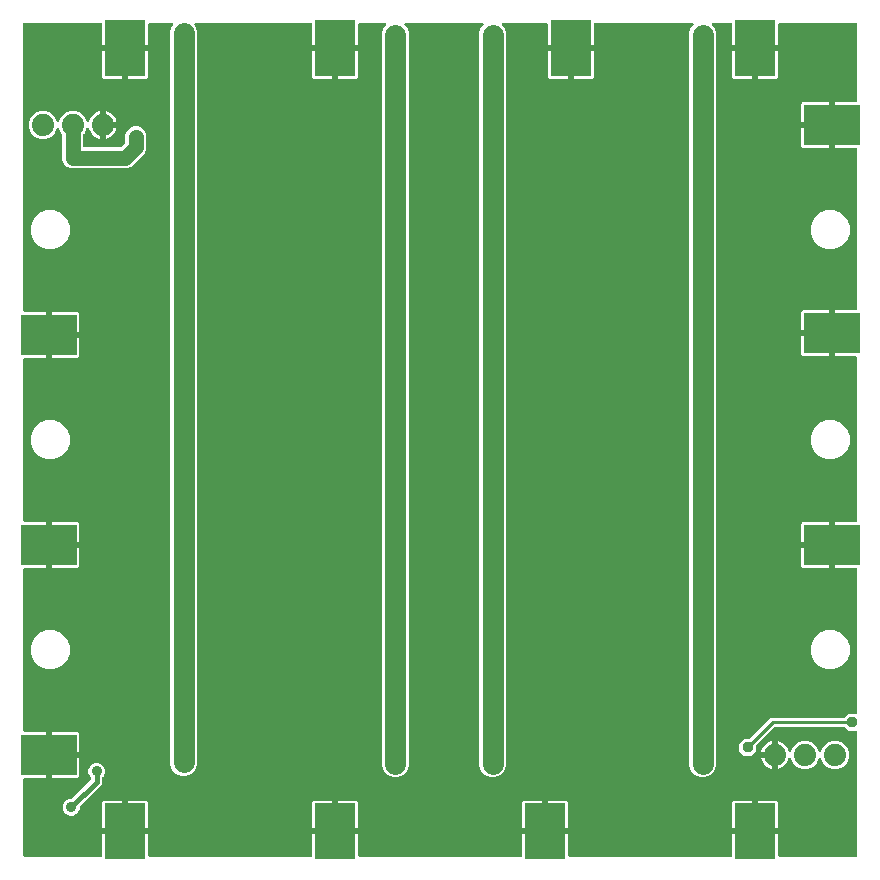
<source format=gbr>
G04 EAGLE Gerber RS-274X export*
G75*
%MOMM*%
%FSLAX34Y34*%
%LPD*%
%INBottom Copper*%
%IPPOS*%
%AMOC8*
5,1,8,0,0,1.08239X$1,22.5*%
G01*
%ADD10C,1.879600*%
%ADD11R,4.700000X3.400000*%
%ADD12R,3.400000X4.700000*%
%ADD13P,0.981078X8X22.500000*%
%ADD14C,0.906400*%
%ADD15C,0.406400*%
%ADD16C,1.270000*%
%ADD17C,1.778000*%
%ADD18C,0.254000*%

G36*
X-287392Y-353044D02*
X-287392Y-353044D01*
X-287273Y-353037D01*
X-287235Y-353024D01*
X-287194Y-353019D01*
X-287084Y-352976D01*
X-286971Y-352939D01*
X-286936Y-352917D01*
X-286899Y-352902D01*
X-286803Y-352833D01*
X-286702Y-352769D01*
X-286674Y-352739D01*
X-286641Y-352716D01*
X-286565Y-352624D01*
X-286484Y-352537D01*
X-286464Y-352502D01*
X-286439Y-352471D01*
X-286388Y-352363D01*
X-286330Y-352259D01*
X-286320Y-352219D01*
X-286303Y-352183D01*
X-286281Y-352066D01*
X-286251Y-351951D01*
X-286247Y-351891D01*
X-286243Y-351871D01*
X-286245Y-351850D01*
X-286241Y-351790D01*
X-286241Y-334009D01*
X-267970Y-334009D01*
X-267852Y-333994D01*
X-267733Y-333987D01*
X-267695Y-333974D01*
X-267655Y-333969D01*
X-267544Y-333925D01*
X-267431Y-333889D01*
X-267396Y-333867D01*
X-267359Y-333852D01*
X-267263Y-333782D01*
X-267162Y-333719D01*
X-267134Y-333689D01*
X-267102Y-333665D01*
X-267026Y-333574D01*
X-266944Y-333487D01*
X-266925Y-333452D01*
X-266899Y-333420D01*
X-266848Y-333313D01*
X-266791Y-333209D01*
X-266780Y-333169D01*
X-266763Y-333133D01*
X-266741Y-333016D01*
X-266711Y-332901D01*
X-266707Y-332840D01*
X-266703Y-332820D01*
X-266705Y-332800D01*
X-266701Y-332740D01*
X-266701Y-331469D01*
X-266699Y-331469D01*
X-266699Y-332740D01*
X-266684Y-332858D01*
X-266677Y-332977D01*
X-266664Y-333015D01*
X-266659Y-333055D01*
X-266615Y-333166D01*
X-266579Y-333279D01*
X-266557Y-333314D01*
X-266542Y-333351D01*
X-266472Y-333447D01*
X-266409Y-333548D01*
X-266379Y-333576D01*
X-266355Y-333608D01*
X-266264Y-333684D01*
X-266177Y-333766D01*
X-266142Y-333785D01*
X-266110Y-333811D01*
X-266003Y-333862D01*
X-265899Y-333919D01*
X-265859Y-333930D01*
X-265823Y-333947D01*
X-265706Y-333969D01*
X-265591Y-333999D01*
X-265530Y-334003D01*
X-265510Y-334007D01*
X-265490Y-334005D01*
X-265430Y-334009D01*
X-247159Y-334009D01*
X-247159Y-351790D01*
X-247144Y-351908D01*
X-247137Y-352027D01*
X-247124Y-352065D01*
X-247119Y-352106D01*
X-247076Y-352216D01*
X-247039Y-352329D01*
X-247017Y-352364D01*
X-247002Y-352401D01*
X-246933Y-352497D01*
X-246869Y-352598D01*
X-246839Y-352626D01*
X-246816Y-352659D01*
X-246724Y-352735D01*
X-246637Y-352816D01*
X-246602Y-352836D01*
X-246571Y-352861D01*
X-246463Y-352912D01*
X-246359Y-352970D01*
X-246319Y-352980D01*
X-246283Y-352997D01*
X-246166Y-353019D01*
X-246051Y-353049D01*
X-245991Y-353053D01*
X-245971Y-353057D01*
X-245950Y-353055D01*
X-245890Y-353059D01*
X-109710Y-353059D01*
X-109592Y-353044D01*
X-109473Y-353037D01*
X-109435Y-353024D01*
X-109394Y-353019D01*
X-109284Y-352976D01*
X-109171Y-352939D01*
X-109136Y-352917D01*
X-109099Y-352902D01*
X-109003Y-352833D01*
X-108902Y-352769D01*
X-108874Y-352739D01*
X-108841Y-352716D01*
X-108765Y-352624D01*
X-108684Y-352537D01*
X-108664Y-352502D01*
X-108639Y-352471D01*
X-108588Y-352363D01*
X-108530Y-352259D01*
X-108520Y-352219D01*
X-108503Y-352183D01*
X-108481Y-352066D01*
X-108451Y-351951D01*
X-108447Y-351891D01*
X-108443Y-351871D01*
X-108445Y-351850D01*
X-108441Y-351790D01*
X-108441Y-334009D01*
X-90170Y-334009D01*
X-90052Y-333994D01*
X-89933Y-333987D01*
X-89895Y-333974D01*
X-89855Y-333969D01*
X-89744Y-333925D01*
X-89631Y-333889D01*
X-89596Y-333867D01*
X-89559Y-333852D01*
X-89463Y-333782D01*
X-89362Y-333719D01*
X-89334Y-333689D01*
X-89302Y-333665D01*
X-89226Y-333574D01*
X-89144Y-333487D01*
X-89125Y-333452D01*
X-89099Y-333420D01*
X-89048Y-333313D01*
X-88991Y-333209D01*
X-88980Y-333169D01*
X-88963Y-333133D01*
X-88941Y-333016D01*
X-88911Y-332901D01*
X-88907Y-332840D01*
X-88903Y-332820D01*
X-88905Y-332800D01*
X-88901Y-332740D01*
X-88901Y-331469D01*
X-88899Y-331469D01*
X-88899Y-332740D01*
X-88884Y-332858D01*
X-88877Y-332977D01*
X-88864Y-333015D01*
X-88859Y-333055D01*
X-88815Y-333166D01*
X-88779Y-333279D01*
X-88757Y-333314D01*
X-88742Y-333351D01*
X-88672Y-333447D01*
X-88609Y-333548D01*
X-88579Y-333576D01*
X-88555Y-333608D01*
X-88464Y-333684D01*
X-88377Y-333766D01*
X-88342Y-333785D01*
X-88310Y-333811D01*
X-88203Y-333862D01*
X-88099Y-333919D01*
X-88059Y-333930D01*
X-88023Y-333947D01*
X-87906Y-333969D01*
X-87791Y-333999D01*
X-87730Y-334003D01*
X-87710Y-334007D01*
X-87690Y-334005D01*
X-87630Y-334009D01*
X-69359Y-334009D01*
X-69359Y-351790D01*
X-69344Y-351908D01*
X-69337Y-352027D01*
X-69324Y-352065D01*
X-69319Y-352106D01*
X-69276Y-352216D01*
X-69239Y-352329D01*
X-69217Y-352364D01*
X-69202Y-352401D01*
X-69133Y-352497D01*
X-69069Y-352598D01*
X-69039Y-352626D01*
X-69016Y-352659D01*
X-68924Y-352735D01*
X-68837Y-352816D01*
X-68802Y-352836D01*
X-68771Y-352861D01*
X-68663Y-352912D01*
X-68559Y-352970D01*
X-68519Y-352980D01*
X-68483Y-352997D01*
X-68366Y-353019D01*
X-68251Y-353049D01*
X-68191Y-353053D01*
X-68171Y-353057D01*
X-68150Y-353055D01*
X-68090Y-353059D01*
X68090Y-353059D01*
X68208Y-353044D01*
X68327Y-353037D01*
X68365Y-353024D01*
X68406Y-353019D01*
X68516Y-352976D01*
X68629Y-352939D01*
X68664Y-352917D01*
X68701Y-352902D01*
X68797Y-352833D01*
X68898Y-352769D01*
X68926Y-352739D01*
X68959Y-352716D01*
X69035Y-352624D01*
X69116Y-352537D01*
X69136Y-352502D01*
X69161Y-352471D01*
X69212Y-352363D01*
X69270Y-352259D01*
X69280Y-352219D01*
X69297Y-352183D01*
X69319Y-352066D01*
X69349Y-351951D01*
X69353Y-351891D01*
X69357Y-351871D01*
X69355Y-351850D01*
X69359Y-351790D01*
X69359Y-334009D01*
X87630Y-334009D01*
X87748Y-333994D01*
X87867Y-333987D01*
X87905Y-333974D01*
X87945Y-333969D01*
X88056Y-333925D01*
X88169Y-333889D01*
X88204Y-333867D01*
X88241Y-333852D01*
X88337Y-333782D01*
X88438Y-333719D01*
X88466Y-333689D01*
X88498Y-333665D01*
X88574Y-333574D01*
X88656Y-333487D01*
X88675Y-333452D01*
X88701Y-333420D01*
X88752Y-333313D01*
X88809Y-333209D01*
X88820Y-333169D01*
X88837Y-333133D01*
X88859Y-333016D01*
X88889Y-332901D01*
X88893Y-332840D01*
X88897Y-332820D01*
X88895Y-332800D01*
X88899Y-332740D01*
X88899Y-331469D01*
X88901Y-331469D01*
X88901Y-332740D01*
X88916Y-332858D01*
X88923Y-332977D01*
X88936Y-333015D01*
X88941Y-333055D01*
X88985Y-333166D01*
X89021Y-333279D01*
X89043Y-333314D01*
X89058Y-333351D01*
X89128Y-333447D01*
X89191Y-333548D01*
X89221Y-333576D01*
X89245Y-333608D01*
X89336Y-333684D01*
X89423Y-333766D01*
X89458Y-333785D01*
X89490Y-333811D01*
X89597Y-333862D01*
X89701Y-333919D01*
X89741Y-333930D01*
X89777Y-333947D01*
X89894Y-333969D01*
X90009Y-333999D01*
X90070Y-334003D01*
X90090Y-334007D01*
X90110Y-334005D01*
X90170Y-334009D01*
X108441Y-334009D01*
X108441Y-351790D01*
X108456Y-351908D01*
X108463Y-352027D01*
X108476Y-352065D01*
X108481Y-352106D01*
X108524Y-352216D01*
X108561Y-352329D01*
X108583Y-352364D01*
X108598Y-352401D01*
X108667Y-352497D01*
X108731Y-352598D01*
X108761Y-352626D01*
X108784Y-352659D01*
X108876Y-352735D01*
X108963Y-352816D01*
X108998Y-352836D01*
X109029Y-352861D01*
X109137Y-352912D01*
X109241Y-352970D01*
X109281Y-352980D01*
X109317Y-352997D01*
X109434Y-353019D01*
X109549Y-353049D01*
X109609Y-353053D01*
X109629Y-353057D01*
X109650Y-353055D01*
X109710Y-353059D01*
X245890Y-353059D01*
X246008Y-353044D01*
X246127Y-353037D01*
X246165Y-353024D01*
X246206Y-353019D01*
X246316Y-352976D01*
X246429Y-352939D01*
X246464Y-352917D01*
X246501Y-352902D01*
X246597Y-352833D01*
X246698Y-352769D01*
X246726Y-352739D01*
X246759Y-352716D01*
X246835Y-352624D01*
X246916Y-352537D01*
X246936Y-352502D01*
X246961Y-352471D01*
X247012Y-352363D01*
X247070Y-352259D01*
X247080Y-352219D01*
X247097Y-352183D01*
X247119Y-352066D01*
X247149Y-351951D01*
X247153Y-351891D01*
X247157Y-351871D01*
X247155Y-351850D01*
X247159Y-351790D01*
X247159Y-334009D01*
X265430Y-334009D01*
X265548Y-333994D01*
X265667Y-333987D01*
X265705Y-333974D01*
X265745Y-333969D01*
X265856Y-333925D01*
X265969Y-333889D01*
X266004Y-333867D01*
X266041Y-333852D01*
X266137Y-333782D01*
X266238Y-333719D01*
X266266Y-333689D01*
X266298Y-333665D01*
X266374Y-333574D01*
X266456Y-333487D01*
X266475Y-333452D01*
X266501Y-333420D01*
X266552Y-333313D01*
X266609Y-333209D01*
X266620Y-333169D01*
X266637Y-333133D01*
X266659Y-333016D01*
X266689Y-332901D01*
X266693Y-332840D01*
X266697Y-332820D01*
X266695Y-332800D01*
X266699Y-332740D01*
X266699Y-331469D01*
X266701Y-331469D01*
X266701Y-332740D01*
X266716Y-332858D01*
X266723Y-332977D01*
X266736Y-333015D01*
X266741Y-333055D01*
X266785Y-333166D01*
X266821Y-333279D01*
X266843Y-333314D01*
X266858Y-333351D01*
X266928Y-333447D01*
X266991Y-333548D01*
X267021Y-333576D01*
X267045Y-333608D01*
X267136Y-333684D01*
X267223Y-333766D01*
X267258Y-333785D01*
X267290Y-333811D01*
X267397Y-333862D01*
X267501Y-333919D01*
X267541Y-333930D01*
X267577Y-333947D01*
X267694Y-333969D01*
X267809Y-333999D01*
X267870Y-334003D01*
X267890Y-334007D01*
X267910Y-334005D01*
X267970Y-334009D01*
X286241Y-334009D01*
X286241Y-351790D01*
X286256Y-351908D01*
X286263Y-352027D01*
X286276Y-352065D01*
X286281Y-352106D01*
X286324Y-352216D01*
X286361Y-352329D01*
X286383Y-352364D01*
X286398Y-352401D01*
X286467Y-352497D01*
X286531Y-352598D01*
X286561Y-352626D01*
X286584Y-352659D01*
X286676Y-352735D01*
X286763Y-352816D01*
X286798Y-352836D01*
X286829Y-352861D01*
X286937Y-352912D01*
X287041Y-352970D01*
X287081Y-352980D01*
X287117Y-352997D01*
X287234Y-353019D01*
X287349Y-353049D01*
X287409Y-353053D01*
X287429Y-353057D01*
X287450Y-353055D01*
X287510Y-353059D01*
X351790Y-353059D01*
X351908Y-353044D01*
X352027Y-353037D01*
X352065Y-353024D01*
X352106Y-353019D01*
X352216Y-352976D01*
X352329Y-352939D01*
X352364Y-352917D01*
X352401Y-352902D01*
X352497Y-352833D01*
X352598Y-352769D01*
X352626Y-352739D01*
X352659Y-352716D01*
X352735Y-352624D01*
X352816Y-352537D01*
X352836Y-352502D01*
X352861Y-352471D01*
X352912Y-352363D01*
X352970Y-352259D01*
X352980Y-352219D01*
X352997Y-352183D01*
X353019Y-352066D01*
X353049Y-351951D01*
X353053Y-351891D01*
X353057Y-351871D01*
X353055Y-351850D01*
X353059Y-351790D01*
X353059Y-247552D01*
X353042Y-247414D01*
X353029Y-247275D01*
X353022Y-247257D01*
X353019Y-247237D01*
X352968Y-247107D01*
X352921Y-246976D01*
X352910Y-246960D01*
X352902Y-246941D01*
X352821Y-246828D01*
X352742Y-246713D01*
X352727Y-246700D01*
X352716Y-246684D01*
X352608Y-246595D01*
X352504Y-246503D01*
X352486Y-246494D01*
X352471Y-246481D01*
X352345Y-246422D01*
X352220Y-246358D01*
X352201Y-246354D01*
X352183Y-246345D01*
X352047Y-246319D01*
X351910Y-246289D01*
X351890Y-246289D01*
X351871Y-246286D01*
X351732Y-246294D01*
X351592Y-246299D01*
X351573Y-246304D01*
X351553Y-246305D01*
X351499Y-246323D01*
X345365Y-246323D01*
X342475Y-243432D01*
X342397Y-243372D01*
X342325Y-243304D01*
X342272Y-243275D01*
X342224Y-243238D01*
X342133Y-243198D01*
X342046Y-243150D01*
X341988Y-243135D01*
X341932Y-243111D01*
X341834Y-243096D01*
X341738Y-243071D01*
X341638Y-243065D01*
X341618Y-243061D01*
X341606Y-243063D01*
X341578Y-243061D01*
X283554Y-243061D01*
X283456Y-243073D01*
X283357Y-243076D01*
X283299Y-243093D01*
X283239Y-243101D01*
X283147Y-243137D01*
X283051Y-243165D01*
X282999Y-243195D01*
X282943Y-243218D01*
X282863Y-243276D01*
X282778Y-243326D01*
X282702Y-243392D01*
X282686Y-243404D01*
X282678Y-243414D01*
X282657Y-243432D01*
X267794Y-258295D01*
X267734Y-258373D01*
X267666Y-258445D01*
X267637Y-258498D01*
X267600Y-258546D01*
X267560Y-258637D01*
X267512Y-258724D01*
X267497Y-258782D01*
X267473Y-258838D01*
X267458Y-258936D01*
X267433Y-259032D01*
X267427Y-259132D01*
X267423Y-259152D01*
X267425Y-259164D01*
X267423Y-259192D01*
X267423Y-263280D01*
X263280Y-267423D01*
X257420Y-267423D01*
X253277Y-263280D01*
X253277Y-257420D01*
X257420Y-253277D01*
X261508Y-253277D01*
X261606Y-253265D01*
X261705Y-253262D01*
X261763Y-253245D01*
X261823Y-253237D01*
X261915Y-253201D01*
X262011Y-253173D01*
X262063Y-253143D01*
X262119Y-253120D01*
X262199Y-253062D01*
X262284Y-253012D01*
X262360Y-252946D01*
X262376Y-252934D01*
X262384Y-252924D01*
X262405Y-252906D01*
X279872Y-235439D01*
X341578Y-235439D01*
X341676Y-235427D01*
X341775Y-235424D01*
X341833Y-235407D01*
X341893Y-235399D01*
X341985Y-235363D01*
X342080Y-235335D01*
X342133Y-235305D01*
X342189Y-235282D01*
X342269Y-235224D01*
X342354Y-235174D01*
X342430Y-235108D01*
X342446Y-235096D01*
X342454Y-235086D01*
X342475Y-235068D01*
X345365Y-232177D01*
X351504Y-232177D01*
X351573Y-232188D01*
X351710Y-232214D01*
X351729Y-232213D01*
X351749Y-232216D01*
X351888Y-232203D01*
X352027Y-232195D01*
X352046Y-232188D01*
X352066Y-232187D01*
X352197Y-232139D01*
X352329Y-232097D01*
X352346Y-232086D01*
X352365Y-232079D01*
X352480Y-232001D01*
X352598Y-231926D01*
X352612Y-231912D01*
X352628Y-231901D01*
X352720Y-231796D01*
X352816Y-231695D01*
X352826Y-231677D01*
X352839Y-231662D01*
X352903Y-231538D01*
X352970Y-231416D01*
X352975Y-231397D01*
X352984Y-231379D01*
X353014Y-231243D01*
X353049Y-231108D01*
X353051Y-231081D01*
X353053Y-231069D01*
X353053Y-231048D01*
X353059Y-230948D01*
X353059Y-109710D01*
X353044Y-109592D01*
X353037Y-109473D01*
X353024Y-109435D01*
X353019Y-109394D01*
X352976Y-109284D01*
X352939Y-109171D01*
X352917Y-109136D01*
X352902Y-109099D01*
X352833Y-109003D01*
X352769Y-108902D01*
X352739Y-108874D01*
X352716Y-108841D01*
X352624Y-108765D01*
X352537Y-108684D01*
X352502Y-108664D01*
X352471Y-108639D01*
X352363Y-108588D01*
X352259Y-108530D01*
X352219Y-108520D01*
X352183Y-108503D01*
X352066Y-108481D01*
X351951Y-108451D01*
X351891Y-108447D01*
X351871Y-108443D01*
X351850Y-108445D01*
X351790Y-108441D01*
X334009Y-108441D01*
X334009Y-90170D01*
X333994Y-90052D01*
X333987Y-89933D01*
X333974Y-89895D01*
X333969Y-89855D01*
X333925Y-89744D01*
X333889Y-89631D01*
X333867Y-89596D01*
X333852Y-89559D01*
X333782Y-89463D01*
X333719Y-89362D01*
X333689Y-89334D01*
X333665Y-89302D01*
X333574Y-89226D01*
X333487Y-89144D01*
X333452Y-89125D01*
X333420Y-89099D01*
X333313Y-89048D01*
X333209Y-88991D01*
X333169Y-88980D01*
X333133Y-88963D01*
X333016Y-88941D01*
X332901Y-88911D01*
X332840Y-88907D01*
X332820Y-88903D01*
X332800Y-88905D01*
X332740Y-88901D01*
X331469Y-88901D01*
X331469Y-88899D01*
X332740Y-88899D01*
X332858Y-88884D01*
X332977Y-88877D01*
X333015Y-88864D01*
X333055Y-88859D01*
X333166Y-88815D01*
X333279Y-88779D01*
X333314Y-88757D01*
X333351Y-88742D01*
X333447Y-88672D01*
X333548Y-88609D01*
X333576Y-88579D01*
X333608Y-88555D01*
X333684Y-88464D01*
X333766Y-88377D01*
X333785Y-88342D01*
X333811Y-88310D01*
X333862Y-88203D01*
X333919Y-88099D01*
X333930Y-88059D01*
X333947Y-88023D01*
X333969Y-87906D01*
X333999Y-87791D01*
X334003Y-87730D01*
X334007Y-87710D01*
X334005Y-87690D01*
X334009Y-87630D01*
X334009Y-69359D01*
X351790Y-69359D01*
X351908Y-69344D01*
X352027Y-69337D01*
X352065Y-69324D01*
X352106Y-69319D01*
X352216Y-69276D01*
X352329Y-69239D01*
X352364Y-69217D01*
X352401Y-69202D01*
X352497Y-69133D01*
X352598Y-69069D01*
X352626Y-69039D01*
X352659Y-69016D01*
X352735Y-68924D01*
X352816Y-68837D01*
X352836Y-68802D01*
X352861Y-68771D01*
X352912Y-68663D01*
X352970Y-68559D01*
X352980Y-68519D01*
X352997Y-68483D01*
X353019Y-68366D01*
X353049Y-68251D01*
X353053Y-68191D01*
X353057Y-68171D01*
X353055Y-68150D01*
X353059Y-68090D01*
X353059Y69360D01*
X353044Y69478D01*
X353037Y69597D01*
X353024Y69635D01*
X353019Y69676D01*
X352976Y69786D01*
X352939Y69899D01*
X352917Y69934D01*
X352902Y69971D01*
X352833Y70067D01*
X352769Y70168D01*
X352739Y70196D01*
X352716Y70229D01*
X352624Y70305D01*
X352537Y70386D01*
X352502Y70406D01*
X352471Y70431D01*
X352363Y70482D01*
X352259Y70540D01*
X352219Y70550D01*
X352183Y70567D01*
X352066Y70589D01*
X351951Y70619D01*
X351891Y70623D01*
X351871Y70627D01*
X351850Y70625D01*
X351790Y70629D01*
X334009Y70629D01*
X334009Y88900D01*
X333994Y89018D01*
X333987Y89137D01*
X333974Y89175D01*
X333969Y89215D01*
X333925Y89326D01*
X333889Y89439D01*
X333867Y89474D01*
X333852Y89511D01*
X333782Y89607D01*
X333719Y89708D01*
X333689Y89736D01*
X333665Y89768D01*
X333574Y89844D01*
X333487Y89926D01*
X333452Y89945D01*
X333420Y89971D01*
X333313Y90022D01*
X333209Y90079D01*
X333169Y90090D01*
X333133Y90107D01*
X333016Y90129D01*
X332901Y90159D01*
X332840Y90163D01*
X332820Y90167D01*
X332800Y90165D01*
X332740Y90169D01*
X331469Y90169D01*
X331469Y90171D01*
X332740Y90171D01*
X332858Y90186D01*
X332977Y90193D01*
X333015Y90206D01*
X333055Y90211D01*
X333166Y90255D01*
X333279Y90291D01*
X333314Y90313D01*
X333351Y90328D01*
X333447Y90398D01*
X333548Y90461D01*
X333576Y90491D01*
X333608Y90515D01*
X333684Y90606D01*
X333766Y90693D01*
X333785Y90728D01*
X333811Y90760D01*
X333862Y90867D01*
X333919Y90971D01*
X333930Y91011D01*
X333947Y91047D01*
X333969Y91164D01*
X333999Y91279D01*
X334003Y91340D01*
X334007Y91360D01*
X334005Y91380D01*
X334009Y91440D01*
X334009Y109711D01*
X351790Y109711D01*
X351908Y109726D01*
X352027Y109733D01*
X352065Y109746D01*
X352106Y109751D01*
X352216Y109794D01*
X352329Y109831D01*
X352364Y109853D01*
X352401Y109868D01*
X352497Y109937D01*
X352598Y110001D01*
X352626Y110031D01*
X352659Y110054D01*
X352735Y110146D01*
X352816Y110233D01*
X352836Y110268D01*
X352861Y110299D01*
X352912Y110407D01*
X352970Y110511D01*
X352980Y110551D01*
X352997Y110587D01*
X353019Y110704D01*
X353049Y110819D01*
X353053Y110879D01*
X353057Y110899D01*
X353055Y110920D01*
X353059Y110980D01*
X353059Y245890D01*
X353044Y246008D01*
X353037Y246127D01*
X353024Y246165D01*
X353019Y246206D01*
X352976Y246316D01*
X352939Y246429D01*
X352917Y246464D01*
X352902Y246501D01*
X352833Y246597D01*
X352769Y246698D01*
X352739Y246726D01*
X352716Y246759D01*
X352624Y246835D01*
X352537Y246916D01*
X352502Y246936D01*
X352471Y246961D01*
X352363Y247012D01*
X352259Y247070D01*
X352219Y247080D01*
X352183Y247097D01*
X352066Y247119D01*
X351951Y247149D01*
X351891Y247153D01*
X351871Y247157D01*
X351850Y247155D01*
X351790Y247159D01*
X334009Y247159D01*
X334009Y265430D01*
X333994Y265548D01*
X333987Y265667D01*
X333974Y265705D01*
X333969Y265745D01*
X333925Y265856D01*
X333889Y265969D01*
X333867Y266004D01*
X333852Y266041D01*
X333782Y266137D01*
X333719Y266238D01*
X333689Y266266D01*
X333665Y266298D01*
X333574Y266374D01*
X333487Y266456D01*
X333452Y266475D01*
X333420Y266501D01*
X333313Y266552D01*
X333209Y266609D01*
X333169Y266620D01*
X333133Y266637D01*
X333016Y266659D01*
X332901Y266689D01*
X332840Y266693D01*
X332820Y266697D01*
X332800Y266695D01*
X332740Y266699D01*
X331469Y266699D01*
X331469Y266701D01*
X332740Y266701D01*
X332858Y266716D01*
X332977Y266723D01*
X333015Y266736D01*
X333055Y266741D01*
X333166Y266785D01*
X333279Y266821D01*
X333314Y266843D01*
X333351Y266858D01*
X333447Y266928D01*
X333548Y266991D01*
X333576Y267021D01*
X333608Y267045D01*
X333684Y267136D01*
X333766Y267223D01*
X333785Y267258D01*
X333811Y267290D01*
X333862Y267397D01*
X333919Y267501D01*
X333930Y267541D01*
X333947Y267577D01*
X333969Y267694D01*
X333999Y267809D01*
X334003Y267870D01*
X334007Y267890D01*
X334005Y267910D01*
X334009Y267970D01*
X334009Y286241D01*
X351790Y286241D01*
X351908Y286256D01*
X352027Y286263D01*
X352065Y286276D01*
X352106Y286281D01*
X352216Y286324D01*
X352329Y286361D01*
X352364Y286383D01*
X352401Y286398D01*
X352497Y286467D01*
X352598Y286531D01*
X352626Y286561D01*
X352659Y286584D01*
X352735Y286676D01*
X352816Y286763D01*
X352836Y286798D01*
X352861Y286829D01*
X352912Y286937D01*
X352970Y287041D01*
X352980Y287081D01*
X352997Y287117D01*
X353019Y287234D01*
X353049Y287349D01*
X353053Y287409D01*
X353057Y287429D01*
X353055Y287450D01*
X353059Y287510D01*
X353059Y351790D01*
X353044Y351908D01*
X353037Y352027D01*
X353024Y352065D01*
X353019Y352106D01*
X352976Y352216D01*
X352939Y352329D01*
X352917Y352364D01*
X352902Y352401D01*
X352833Y352497D01*
X352769Y352598D01*
X352739Y352626D01*
X352716Y352659D01*
X352624Y352735D01*
X352537Y352816D01*
X352502Y352836D01*
X352471Y352861D01*
X352363Y352912D01*
X352259Y352970D01*
X352219Y352980D01*
X352183Y352997D01*
X352066Y353019D01*
X351951Y353049D01*
X351891Y353053D01*
X351871Y353057D01*
X351850Y353055D01*
X351790Y353059D01*
X287510Y353059D01*
X287392Y353044D01*
X287273Y353037D01*
X287235Y353024D01*
X287194Y353019D01*
X287084Y352976D01*
X286971Y352939D01*
X286936Y352917D01*
X286899Y352902D01*
X286803Y352833D01*
X286702Y352769D01*
X286674Y352739D01*
X286641Y352716D01*
X286565Y352624D01*
X286484Y352537D01*
X286464Y352502D01*
X286439Y352471D01*
X286388Y352363D01*
X286330Y352259D01*
X286320Y352219D01*
X286303Y352183D01*
X286281Y352066D01*
X286251Y351951D01*
X286247Y351891D01*
X286243Y351871D01*
X286245Y351850D01*
X286241Y351790D01*
X286241Y334009D01*
X267970Y334009D01*
X267852Y333994D01*
X267733Y333987D01*
X267695Y333974D01*
X267655Y333969D01*
X267544Y333925D01*
X267431Y333889D01*
X267396Y333867D01*
X267359Y333852D01*
X267263Y333782D01*
X267162Y333719D01*
X267134Y333689D01*
X267102Y333665D01*
X267026Y333574D01*
X266944Y333487D01*
X266925Y333452D01*
X266899Y333420D01*
X266848Y333313D01*
X266791Y333209D01*
X266780Y333169D01*
X266763Y333133D01*
X266741Y333016D01*
X266711Y332901D01*
X266707Y332840D01*
X266703Y332820D01*
X266705Y332800D01*
X266701Y332740D01*
X266701Y331469D01*
X266699Y331469D01*
X266699Y332740D01*
X266684Y332858D01*
X266677Y332977D01*
X266664Y333015D01*
X266659Y333055D01*
X266615Y333166D01*
X266579Y333279D01*
X266557Y333314D01*
X266542Y333351D01*
X266472Y333447D01*
X266409Y333548D01*
X266379Y333576D01*
X266355Y333608D01*
X266264Y333684D01*
X266177Y333766D01*
X266142Y333785D01*
X266110Y333811D01*
X266003Y333862D01*
X265899Y333919D01*
X265859Y333930D01*
X265823Y333947D01*
X265706Y333969D01*
X265591Y333999D01*
X265530Y334003D01*
X265510Y334007D01*
X265490Y334005D01*
X265430Y334009D01*
X247159Y334009D01*
X247159Y351790D01*
X247144Y351908D01*
X247137Y352027D01*
X247124Y352065D01*
X247119Y352106D01*
X247076Y352216D01*
X247039Y352329D01*
X247017Y352364D01*
X247002Y352401D01*
X246933Y352497D01*
X246869Y352598D01*
X246839Y352626D01*
X246816Y352659D01*
X246724Y352735D01*
X246637Y352816D01*
X246602Y352836D01*
X246571Y352861D01*
X246463Y352912D01*
X246359Y352970D01*
X246319Y352980D01*
X246283Y352997D01*
X246166Y353019D01*
X246051Y353049D01*
X245991Y353053D01*
X245971Y353057D01*
X245950Y353055D01*
X245890Y353059D01*
X231320Y353059D01*
X231183Y353042D01*
X231044Y353029D01*
X231025Y353022D01*
X231005Y353019D01*
X230876Y352968D01*
X230745Y352921D01*
X230728Y352910D01*
X230709Y352902D01*
X230597Y352821D01*
X230482Y352743D01*
X230468Y352727D01*
X230452Y352716D01*
X230363Y352608D01*
X230271Y352504D01*
X230262Y352486D01*
X230249Y352471D01*
X230190Y352345D01*
X230127Y352221D01*
X230122Y352201D01*
X230114Y352183D01*
X230087Y352046D01*
X230057Y351911D01*
X230058Y351890D01*
X230054Y351871D01*
X230062Y351732D01*
X230067Y351593D01*
X230072Y351573D01*
X230074Y351553D01*
X230116Y351421D01*
X230155Y351287D01*
X230165Y351270D01*
X230172Y351251D01*
X230246Y351133D01*
X230317Y351013D01*
X230335Y350992D01*
X230342Y350982D01*
X230357Y350968D01*
X230423Y350893D01*
X231941Y349375D01*
X233681Y345174D01*
X233681Y-276594D01*
X231941Y-280795D01*
X228725Y-284011D01*
X224524Y-285751D01*
X219976Y-285751D01*
X215775Y-284011D01*
X212559Y-280795D01*
X210819Y-276594D01*
X210819Y345174D01*
X212559Y349375D01*
X214077Y350893D01*
X214162Y351002D01*
X214251Y351109D01*
X214260Y351128D01*
X214272Y351144D01*
X214327Y351272D01*
X214386Y351397D01*
X214390Y351417D01*
X214398Y351436D01*
X214420Y351574D01*
X214446Y351710D01*
X214445Y351730D01*
X214448Y351750D01*
X214435Y351889D01*
X214426Y352027D01*
X214420Y352046D01*
X214418Y352066D01*
X214371Y352198D01*
X214328Y352329D01*
X214318Y352347D01*
X214311Y352366D01*
X214233Y352481D01*
X214158Y352598D01*
X214144Y352612D01*
X214132Y352629D01*
X214028Y352721D01*
X213927Y352816D01*
X213909Y352826D01*
X213894Y352839D01*
X213770Y352903D01*
X213648Y352970D01*
X213629Y352975D01*
X213611Y352984D01*
X213475Y353014D01*
X213340Y353049D01*
X213312Y353051D01*
X213300Y353054D01*
X213280Y353053D01*
X213180Y353059D01*
X131300Y353059D01*
X131182Y353044D01*
X131063Y353037D01*
X131025Y353024D01*
X130984Y353019D01*
X130874Y352976D01*
X130761Y352939D01*
X130726Y352917D01*
X130689Y352902D01*
X130593Y352833D01*
X130492Y352769D01*
X130464Y352739D01*
X130431Y352716D01*
X130355Y352624D01*
X130274Y352537D01*
X130254Y352502D01*
X130229Y352471D01*
X130178Y352363D01*
X130120Y352259D01*
X130110Y352219D01*
X130093Y352183D01*
X130071Y352066D01*
X130041Y351951D01*
X130037Y351891D01*
X130033Y351871D01*
X130035Y351850D01*
X130031Y351790D01*
X130031Y334009D01*
X111760Y334009D01*
X111642Y333994D01*
X111523Y333987D01*
X111485Y333974D01*
X111445Y333969D01*
X111334Y333925D01*
X111221Y333889D01*
X111186Y333867D01*
X111149Y333852D01*
X111053Y333782D01*
X110952Y333719D01*
X110924Y333689D01*
X110892Y333665D01*
X110816Y333574D01*
X110734Y333487D01*
X110715Y333452D01*
X110689Y333420D01*
X110638Y333313D01*
X110581Y333209D01*
X110570Y333169D01*
X110553Y333133D01*
X110531Y333016D01*
X110501Y332901D01*
X110497Y332840D01*
X110493Y332820D01*
X110495Y332800D01*
X110491Y332740D01*
X110491Y331469D01*
X110489Y331469D01*
X110489Y332740D01*
X110474Y332858D01*
X110467Y332977D01*
X110454Y333015D01*
X110449Y333055D01*
X110405Y333166D01*
X110369Y333279D01*
X110347Y333314D01*
X110332Y333351D01*
X110262Y333447D01*
X110199Y333548D01*
X110169Y333576D01*
X110145Y333608D01*
X110054Y333684D01*
X109967Y333766D01*
X109932Y333785D01*
X109900Y333811D01*
X109793Y333862D01*
X109689Y333919D01*
X109649Y333930D01*
X109613Y333947D01*
X109496Y333969D01*
X109381Y333999D01*
X109320Y334003D01*
X109300Y334007D01*
X109280Y334005D01*
X109220Y334009D01*
X90949Y334009D01*
X90949Y351790D01*
X90934Y351908D01*
X90927Y352027D01*
X90914Y352065D01*
X90909Y352106D01*
X90866Y352216D01*
X90829Y352329D01*
X90807Y352364D01*
X90792Y352401D01*
X90723Y352497D01*
X90659Y352598D01*
X90629Y352626D01*
X90606Y352659D01*
X90514Y352735D01*
X90427Y352816D01*
X90392Y352836D01*
X90361Y352861D01*
X90253Y352912D01*
X90149Y352970D01*
X90109Y352980D01*
X90073Y352997D01*
X89956Y353019D01*
X89841Y353049D01*
X89781Y353053D01*
X89761Y353057D01*
X89740Y353055D01*
X89680Y353059D01*
X53520Y353059D01*
X53383Y353042D01*
X53244Y353029D01*
X53225Y353022D01*
X53205Y353019D01*
X53076Y352968D01*
X52945Y352921D01*
X52928Y352910D01*
X52909Y352902D01*
X52797Y352821D01*
X52682Y352743D01*
X52668Y352727D01*
X52652Y352716D01*
X52563Y352608D01*
X52471Y352504D01*
X52462Y352486D01*
X52449Y352471D01*
X52390Y352345D01*
X52327Y352221D01*
X52322Y352201D01*
X52314Y352183D01*
X52287Y352046D01*
X52257Y351911D01*
X52258Y351890D01*
X52254Y351871D01*
X52262Y351732D01*
X52267Y351593D01*
X52272Y351573D01*
X52274Y351553D01*
X52316Y351421D01*
X52355Y351287D01*
X52365Y351270D01*
X52372Y351251D01*
X52446Y351133D01*
X52517Y351013D01*
X52535Y350992D01*
X52542Y350982D01*
X52557Y350968D01*
X52623Y350893D01*
X54141Y349375D01*
X55881Y345174D01*
X55881Y-276594D01*
X54141Y-280795D01*
X50925Y-284011D01*
X46724Y-285751D01*
X42176Y-285751D01*
X37975Y-284011D01*
X34759Y-280795D01*
X33019Y-276594D01*
X33019Y345174D01*
X34759Y349375D01*
X36277Y350893D01*
X36362Y351002D01*
X36451Y351109D01*
X36460Y351128D01*
X36472Y351144D01*
X36527Y351272D01*
X36586Y351397D01*
X36590Y351417D01*
X36598Y351436D01*
X36620Y351574D01*
X36646Y351710D01*
X36645Y351730D01*
X36648Y351750D01*
X36635Y351889D01*
X36626Y352027D01*
X36620Y352046D01*
X36618Y352066D01*
X36571Y352198D01*
X36528Y352329D01*
X36518Y352347D01*
X36511Y352366D01*
X36433Y352481D01*
X36358Y352598D01*
X36344Y352612D01*
X36332Y352629D01*
X36228Y352721D01*
X36127Y352816D01*
X36109Y352826D01*
X36094Y352839D01*
X35970Y352903D01*
X35848Y352970D01*
X35829Y352975D01*
X35811Y352984D01*
X35675Y353014D01*
X35540Y353049D01*
X35512Y353051D01*
X35500Y353054D01*
X35480Y353053D01*
X35380Y353059D01*
X-29030Y353059D01*
X-29167Y353042D01*
X-29306Y353029D01*
X-29325Y353022D01*
X-29345Y353019D01*
X-29474Y352968D01*
X-29605Y352921D01*
X-29622Y352910D01*
X-29641Y352902D01*
X-29753Y352821D01*
X-29868Y352743D01*
X-29882Y352727D01*
X-29898Y352716D01*
X-29987Y352608D01*
X-30079Y352504D01*
X-30088Y352486D01*
X-30101Y352471D01*
X-30160Y352345D01*
X-30223Y352221D01*
X-30228Y352201D01*
X-30236Y352183D01*
X-30263Y352046D01*
X-30293Y351911D01*
X-30292Y351890D01*
X-30296Y351871D01*
X-30288Y351732D01*
X-30283Y351593D01*
X-30278Y351573D01*
X-30276Y351553D01*
X-30234Y351421D01*
X-30195Y351287D01*
X-30185Y351270D01*
X-30178Y351251D01*
X-30104Y351133D01*
X-30033Y351013D01*
X-30015Y350992D01*
X-30008Y350982D01*
X-29993Y350968D01*
X-29927Y350893D01*
X-28409Y349375D01*
X-26669Y345174D01*
X-26669Y-276594D01*
X-28409Y-280795D01*
X-31625Y-284011D01*
X-35826Y-285751D01*
X-40374Y-285751D01*
X-44575Y-284011D01*
X-47791Y-280795D01*
X-49531Y-276594D01*
X-49531Y345174D01*
X-47791Y349375D01*
X-46273Y350893D01*
X-46188Y351002D01*
X-46099Y351109D01*
X-46090Y351128D01*
X-46078Y351144D01*
X-46023Y351272D01*
X-45964Y351397D01*
X-45960Y351417D01*
X-45952Y351436D01*
X-45930Y351574D01*
X-45904Y351710D01*
X-45905Y351730D01*
X-45902Y351750D01*
X-45915Y351889D01*
X-45924Y352027D01*
X-45930Y352046D01*
X-45932Y352066D01*
X-45979Y352198D01*
X-46022Y352329D01*
X-46032Y352347D01*
X-46039Y352366D01*
X-46117Y352481D01*
X-46192Y352598D01*
X-46206Y352612D01*
X-46218Y352629D01*
X-46322Y352721D01*
X-46423Y352816D01*
X-46441Y352826D01*
X-46456Y352839D01*
X-46580Y352903D01*
X-46702Y352970D01*
X-46721Y352975D01*
X-46739Y352984D01*
X-46875Y353014D01*
X-47010Y353049D01*
X-47038Y353051D01*
X-47050Y353054D01*
X-47070Y353053D01*
X-47170Y353059D01*
X-68090Y353059D01*
X-68208Y353044D01*
X-68327Y353037D01*
X-68365Y353024D01*
X-68406Y353019D01*
X-68516Y352976D01*
X-68629Y352939D01*
X-68664Y352917D01*
X-68701Y352902D01*
X-68797Y352833D01*
X-68898Y352769D01*
X-68926Y352739D01*
X-68959Y352716D01*
X-69035Y352624D01*
X-69116Y352537D01*
X-69136Y352502D01*
X-69161Y352471D01*
X-69212Y352363D01*
X-69270Y352259D01*
X-69280Y352219D01*
X-69297Y352183D01*
X-69319Y352066D01*
X-69349Y351951D01*
X-69353Y351891D01*
X-69357Y351871D01*
X-69355Y351850D01*
X-69359Y351790D01*
X-69359Y334009D01*
X-87630Y334009D01*
X-87748Y333994D01*
X-87867Y333987D01*
X-87905Y333974D01*
X-87945Y333969D01*
X-88056Y333925D01*
X-88169Y333889D01*
X-88204Y333867D01*
X-88241Y333852D01*
X-88337Y333782D01*
X-88438Y333719D01*
X-88466Y333689D01*
X-88498Y333665D01*
X-88574Y333574D01*
X-88656Y333487D01*
X-88675Y333452D01*
X-88701Y333420D01*
X-88752Y333313D01*
X-88809Y333209D01*
X-88820Y333169D01*
X-88837Y333133D01*
X-88859Y333016D01*
X-88889Y332901D01*
X-88893Y332840D01*
X-88897Y332820D01*
X-88895Y332800D01*
X-88899Y332740D01*
X-88899Y331469D01*
X-88901Y331469D01*
X-88901Y332740D01*
X-88916Y332858D01*
X-88923Y332977D01*
X-88936Y333015D01*
X-88941Y333055D01*
X-88985Y333166D01*
X-89021Y333279D01*
X-89043Y333314D01*
X-89058Y333351D01*
X-89128Y333447D01*
X-89191Y333548D01*
X-89221Y333576D01*
X-89245Y333608D01*
X-89336Y333684D01*
X-89423Y333766D01*
X-89458Y333785D01*
X-89490Y333811D01*
X-89597Y333862D01*
X-89701Y333919D01*
X-89741Y333930D01*
X-89777Y333947D01*
X-89894Y333969D01*
X-90009Y333999D01*
X-90070Y334003D01*
X-90090Y334007D01*
X-90110Y334005D01*
X-90170Y334009D01*
X-108441Y334009D01*
X-108441Y351790D01*
X-108456Y351908D01*
X-108463Y352027D01*
X-108476Y352065D01*
X-108481Y352106D01*
X-108524Y352216D01*
X-108561Y352329D01*
X-108583Y352364D01*
X-108598Y352401D01*
X-108667Y352497D01*
X-108731Y352598D01*
X-108761Y352626D01*
X-108784Y352659D01*
X-108876Y352735D01*
X-108963Y352816D01*
X-108998Y352836D01*
X-109029Y352861D01*
X-109137Y352912D01*
X-109241Y352970D01*
X-109281Y352980D01*
X-109317Y352997D01*
X-109434Y353019D01*
X-109549Y353049D01*
X-109609Y353053D01*
X-109629Y353057D01*
X-109650Y353055D01*
X-109710Y353059D01*
X-206830Y353059D01*
X-206967Y353042D01*
X-207106Y353029D01*
X-207125Y353022D01*
X-207145Y353019D01*
X-207275Y352968D01*
X-207405Y352921D01*
X-207422Y352910D01*
X-207441Y352902D01*
X-207553Y352821D01*
X-207668Y352743D01*
X-207682Y352727D01*
X-207698Y352716D01*
X-207787Y352609D01*
X-207879Y352504D01*
X-207888Y352486D01*
X-207901Y352471D01*
X-207960Y352345D01*
X-208023Y352221D01*
X-208028Y352201D01*
X-208036Y352183D01*
X-208063Y352047D01*
X-208093Y351911D01*
X-208092Y351890D01*
X-208096Y351871D01*
X-208088Y351732D01*
X-208083Y351593D01*
X-208078Y351573D01*
X-208076Y351553D01*
X-208034Y351421D01*
X-207995Y351287D01*
X-207985Y351270D01*
X-207978Y351251D01*
X-207904Y351133D01*
X-207833Y351013D01*
X-207815Y350992D01*
X-207808Y350982D01*
X-207793Y350968D01*
X-207727Y350892D01*
X-207479Y350645D01*
X-205739Y346444D01*
X-205739Y-275324D01*
X-207479Y-279525D01*
X-210695Y-282741D01*
X-214896Y-284481D01*
X-219444Y-284481D01*
X-223645Y-282741D01*
X-226861Y-279525D01*
X-228601Y-275324D01*
X-228601Y346444D01*
X-226861Y350645D01*
X-226613Y350892D01*
X-226528Y351002D01*
X-226439Y351109D01*
X-226430Y351128D01*
X-226418Y351144D01*
X-226363Y351271D01*
X-226304Y351397D01*
X-226300Y351417D01*
X-226292Y351436D01*
X-226270Y351573D01*
X-226244Y351710D01*
X-226245Y351730D01*
X-226242Y351750D01*
X-226255Y351889D01*
X-226264Y352027D01*
X-226270Y352046D01*
X-226272Y352066D01*
X-226319Y352198D01*
X-226362Y352329D01*
X-226372Y352346D01*
X-226379Y352366D01*
X-226457Y352481D01*
X-226532Y352598D01*
X-226546Y352612D01*
X-226558Y352629D01*
X-226662Y352721D01*
X-226763Y352816D01*
X-226781Y352826D01*
X-226796Y352839D01*
X-226920Y352903D01*
X-227042Y352970D01*
X-227061Y352975D01*
X-227079Y352984D01*
X-227216Y353014D01*
X-227350Y353049D01*
X-227378Y353051D01*
X-227390Y353054D01*
X-227410Y353053D01*
X-227510Y353059D01*
X-245890Y353059D01*
X-246008Y353044D01*
X-246127Y353037D01*
X-246165Y353024D01*
X-246206Y353019D01*
X-246316Y352976D01*
X-246429Y352939D01*
X-246464Y352917D01*
X-246501Y352902D01*
X-246597Y352833D01*
X-246698Y352769D01*
X-246726Y352739D01*
X-246759Y352716D01*
X-246835Y352624D01*
X-246916Y352537D01*
X-246936Y352502D01*
X-246961Y352471D01*
X-247012Y352363D01*
X-247070Y352259D01*
X-247080Y352219D01*
X-247097Y352183D01*
X-247119Y352066D01*
X-247149Y351951D01*
X-247153Y351891D01*
X-247157Y351871D01*
X-247155Y351850D01*
X-247159Y351790D01*
X-247159Y334009D01*
X-265430Y334009D01*
X-265548Y333994D01*
X-265667Y333987D01*
X-265705Y333974D01*
X-265745Y333969D01*
X-265856Y333925D01*
X-265969Y333889D01*
X-266004Y333867D01*
X-266041Y333852D01*
X-266137Y333782D01*
X-266238Y333719D01*
X-266266Y333689D01*
X-266298Y333665D01*
X-266374Y333574D01*
X-266456Y333487D01*
X-266475Y333452D01*
X-266501Y333420D01*
X-266552Y333313D01*
X-266609Y333209D01*
X-266620Y333169D01*
X-266637Y333133D01*
X-266659Y333016D01*
X-266689Y332901D01*
X-266693Y332840D01*
X-266697Y332820D01*
X-266695Y332800D01*
X-266699Y332740D01*
X-266699Y331469D01*
X-266701Y331469D01*
X-266701Y332740D01*
X-266716Y332858D01*
X-266723Y332977D01*
X-266736Y333015D01*
X-266741Y333055D01*
X-266785Y333166D01*
X-266821Y333279D01*
X-266843Y333314D01*
X-266858Y333351D01*
X-266928Y333447D01*
X-266991Y333548D01*
X-267021Y333576D01*
X-267045Y333608D01*
X-267136Y333684D01*
X-267223Y333766D01*
X-267258Y333785D01*
X-267290Y333811D01*
X-267397Y333862D01*
X-267501Y333919D01*
X-267541Y333930D01*
X-267577Y333947D01*
X-267694Y333969D01*
X-267809Y333999D01*
X-267870Y334003D01*
X-267890Y334007D01*
X-267910Y334005D01*
X-267970Y334009D01*
X-286241Y334009D01*
X-286241Y351790D01*
X-286256Y351908D01*
X-286263Y352027D01*
X-286276Y352065D01*
X-286281Y352106D01*
X-286324Y352216D01*
X-286361Y352329D01*
X-286383Y352364D01*
X-286398Y352401D01*
X-286467Y352497D01*
X-286531Y352598D01*
X-286561Y352626D01*
X-286584Y352659D01*
X-286676Y352735D01*
X-286763Y352816D01*
X-286798Y352836D01*
X-286829Y352861D01*
X-286937Y352912D01*
X-287041Y352970D01*
X-287081Y352980D01*
X-287117Y352997D01*
X-287234Y353019D01*
X-287349Y353049D01*
X-287409Y353053D01*
X-287429Y353057D01*
X-287450Y353055D01*
X-287510Y353059D01*
X-351790Y353059D01*
X-351908Y353044D01*
X-352027Y353037D01*
X-352065Y353024D01*
X-352106Y353019D01*
X-352216Y352976D01*
X-352329Y352939D01*
X-352364Y352917D01*
X-352401Y352902D01*
X-352497Y352833D01*
X-352598Y352769D01*
X-352626Y352739D01*
X-352659Y352716D01*
X-352735Y352624D01*
X-352816Y352537D01*
X-352836Y352502D01*
X-352861Y352471D01*
X-352912Y352363D01*
X-352970Y352259D01*
X-352980Y352219D01*
X-352997Y352183D01*
X-353019Y352066D01*
X-353049Y351951D01*
X-353053Y351891D01*
X-353057Y351871D01*
X-353055Y351850D01*
X-353059Y351790D01*
X-353059Y109710D01*
X-353044Y109592D01*
X-353037Y109473D01*
X-353024Y109435D01*
X-353019Y109394D01*
X-352976Y109284D01*
X-352939Y109171D01*
X-352917Y109136D01*
X-352902Y109099D01*
X-352833Y109003D01*
X-352769Y108902D01*
X-352739Y108874D01*
X-352716Y108841D01*
X-352624Y108765D01*
X-352537Y108684D01*
X-352502Y108664D01*
X-352471Y108639D01*
X-352363Y108588D01*
X-352259Y108530D01*
X-352219Y108520D01*
X-352183Y108503D01*
X-352066Y108481D01*
X-351951Y108451D01*
X-351891Y108447D01*
X-351871Y108443D01*
X-351850Y108445D01*
X-351790Y108441D01*
X-334009Y108441D01*
X-334009Y90170D01*
X-333994Y90052D01*
X-333987Y89933D01*
X-333974Y89895D01*
X-333969Y89855D01*
X-333925Y89744D01*
X-333889Y89631D01*
X-333867Y89596D01*
X-333852Y89559D01*
X-333782Y89463D01*
X-333719Y89362D01*
X-333689Y89334D01*
X-333665Y89302D01*
X-333574Y89226D01*
X-333487Y89144D01*
X-333452Y89125D01*
X-333420Y89099D01*
X-333313Y89048D01*
X-333209Y88991D01*
X-333169Y88980D01*
X-333133Y88963D01*
X-333016Y88941D01*
X-332901Y88911D01*
X-332840Y88907D01*
X-332820Y88903D01*
X-332800Y88905D01*
X-332740Y88901D01*
X-331469Y88901D01*
X-331469Y88899D01*
X-332740Y88899D01*
X-332858Y88884D01*
X-332977Y88877D01*
X-333015Y88864D01*
X-333055Y88859D01*
X-333166Y88815D01*
X-333279Y88779D01*
X-333314Y88757D01*
X-333351Y88742D01*
X-333447Y88672D01*
X-333548Y88609D01*
X-333576Y88579D01*
X-333608Y88555D01*
X-333684Y88464D01*
X-333766Y88377D01*
X-333785Y88342D01*
X-333811Y88310D01*
X-333862Y88203D01*
X-333919Y88099D01*
X-333930Y88059D01*
X-333947Y88023D01*
X-333969Y87906D01*
X-333999Y87791D01*
X-334003Y87730D01*
X-334007Y87710D01*
X-334005Y87690D01*
X-334009Y87630D01*
X-334009Y69359D01*
X-351790Y69359D01*
X-351908Y69344D01*
X-352027Y69337D01*
X-352065Y69324D01*
X-352106Y69319D01*
X-352216Y69276D01*
X-352329Y69239D01*
X-352364Y69217D01*
X-352401Y69202D01*
X-352497Y69133D01*
X-352598Y69069D01*
X-352626Y69039D01*
X-352659Y69016D01*
X-352735Y68924D01*
X-352816Y68837D01*
X-352836Y68802D01*
X-352861Y68771D01*
X-352912Y68663D01*
X-352970Y68559D01*
X-352980Y68519D01*
X-352997Y68483D01*
X-353019Y68366D01*
X-353049Y68251D01*
X-353053Y68191D01*
X-353057Y68171D01*
X-353055Y68150D01*
X-353059Y68090D01*
X-353059Y-68090D01*
X-353044Y-68208D01*
X-353037Y-68327D01*
X-353024Y-68365D01*
X-353019Y-68406D01*
X-352976Y-68516D01*
X-352939Y-68629D01*
X-352917Y-68664D01*
X-352902Y-68701D01*
X-352832Y-68798D01*
X-352769Y-68898D01*
X-352739Y-68926D01*
X-352716Y-68959D01*
X-352624Y-69035D01*
X-352537Y-69116D01*
X-352502Y-69136D01*
X-352471Y-69161D01*
X-352363Y-69212D01*
X-352259Y-69270D01*
X-352219Y-69280D01*
X-352183Y-69297D01*
X-352066Y-69319D01*
X-351951Y-69349D01*
X-351891Y-69353D01*
X-351871Y-69357D01*
X-351850Y-69355D01*
X-351790Y-69359D01*
X-334009Y-69359D01*
X-334009Y-87630D01*
X-333994Y-87748D01*
X-333987Y-87867D01*
X-333974Y-87905D01*
X-333969Y-87945D01*
X-333925Y-88056D01*
X-333889Y-88169D01*
X-333867Y-88204D01*
X-333852Y-88241D01*
X-333782Y-88337D01*
X-333719Y-88438D01*
X-333689Y-88466D01*
X-333665Y-88498D01*
X-333574Y-88574D01*
X-333487Y-88656D01*
X-333452Y-88675D01*
X-333420Y-88701D01*
X-333313Y-88752D01*
X-333209Y-88809D01*
X-333169Y-88820D01*
X-333133Y-88837D01*
X-333016Y-88859D01*
X-332901Y-88889D01*
X-332840Y-88893D01*
X-332820Y-88897D01*
X-332800Y-88895D01*
X-332740Y-88899D01*
X-331469Y-88899D01*
X-331469Y-88901D01*
X-332740Y-88901D01*
X-332858Y-88916D01*
X-332977Y-88923D01*
X-333015Y-88936D01*
X-333055Y-88941D01*
X-333166Y-88985D01*
X-333279Y-89021D01*
X-333314Y-89043D01*
X-333351Y-89058D01*
X-333447Y-89128D01*
X-333548Y-89191D01*
X-333576Y-89221D01*
X-333608Y-89245D01*
X-333684Y-89336D01*
X-333766Y-89423D01*
X-333785Y-89458D01*
X-333811Y-89490D01*
X-333862Y-89597D01*
X-333919Y-89701D01*
X-333930Y-89741D01*
X-333947Y-89777D01*
X-333969Y-89894D01*
X-333999Y-90009D01*
X-334003Y-90070D01*
X-334007Y-90090D01*
X-334005Y-90110D01*
X-334009Y-90170D01*
X-334009Y-108441D01*
X-351790Y-108441D01*
X-351908Y-108456D01*
X-352027Y-108463D01*
X-352065Y-108476D01*
X-352106Y-108481D01*
X-352216Y-108524D01*
X-352329Y-108561D01*
X-352364Y-108583D01*
X-352401Y-108598D01*
X-352497Y-108667D01*
X-352598Y-108731D01*
X-352626Y-108761D01*
X-352659Y-108784D01*
X-352735Y-108876D01*
X-352816Y-108963D01*
X-352836Y-108998D01*
X-352861Y-109029D01*
X-352912Y-109137D01*
X-352970Y-109241D01*
X-352980Y-109281D01*
X-352997Y-109317D01*
X-353019Y-109434D01*
X-353049Y-109549D01*
X-353053Y-109609D01*
X-353057Y-109629D01*
X-353055Y-109650D01*
X-353059Y-109710D01*
X-353059Y-245890D01*
X-353044Y-246008D01*
X-353037Y-246127D01*
X-353024Y-246165D01*
X-353019Y-246206D01*
X-352976Y-246316D01*
X-352939Y-246429D01*
X-352917Y-246464D01*
X-352902Y-246501D01*
X-352833Y-246597D01*
X-352769Y-246698D01*
X-352739Y-246726D01*
X-352716Y-246759D01*
X-352624Y-246835D01*
X-352537Y-246916D01*
X-352502Y-246936D01*
X-352471Y-246961D01*
X-352363Y-247012D01*
X-352259Y-247070D01*
X-352219Y-247080D01*
X-352183Y-247097D01*
X-352066Y-247119D01*
X-351951Y-247149D01*
X-351891Y-247153D01*
X-351871Y-247157D01*
X-351850Y-247155D01*
X-351790Y-247159D01*
X-334009Y-247159D01*
X-334009Y-265430D01*
X-333994Y-265548D01*
X-333987Y-265667D01*
X-333974Y-265705D01*
X-333969Y-265745D01*
X-333925Y-265856D01*
X-333889Y-265969D01*
X-333867Y-266004D01*
X-333852Y-266041D01*
X-333782Y-266137D01*
X-333719Y-266238D01*
X-333689Y-266266D01*
X-333665Y-266298D01*
X-333574Y-266374D01*
X-333487Y-266456D01*
X-333452Y-266475D01*
X-333420Y-266501D01*
X-333313Y-266552D01*
X-333209Y-266609D01*
X-333169Y-266620D01*
X-333133Y-266637D01*
X-333016Y-266659D01*
X-332901Y-266689D01*
X-332840Y-266693D01*
X-332820Y-266697D01*
X-332800Y-266695D01*
X-332740Y-266699D01*
X-331469Y-266699D01*
X-331469Y-266701D01*
X-332740Y-266701D01*
X-332858Y-266716D01*
X-332977Y-266723D01*
X-333015Y-266736D01*
X-333055Y-266741D01*
X-333166Y-266785D01*
X-333279Y-266821D01*
X-333314Y-266843D01*
X-333351Y-266858D01*
X-333447Y-266928D01*
X-333548Y-266991D01*
X-333576Y-267021D01*
X-333608Y-267045D01*
X-333684Y-267136D01*
X-333766Y-267223D01*
X-333785Y-267258D01*
X-333811Y-267290D01*
X-333862Y-267397D01*
X-333919Y-267501D01*
X-333930Y-267541D01*
X-333947Y-267577D01*
X-333969Y-267694D01*
X-333999Y-267809D01*
X-334003Y-267870D01*
X-334007Y-267890D01*
X-334005Y-267910D01*
X-334009Y-267970D01*
X-334009Y-286241D01*
X-351790Y-286241D01*
X-351908Y-286256D01*
X-352027Y-286263D01*
X-352065Y-286276D01*
X-352106Y-286281D01*
X-352216Y-286324D01*
X-352329Y-286361D01*
X-352364Y-286383D01*
X-352401Y-286398D01*
X-352497Y-286467D01*
X-352598Y-286531D01*
X-352626Y-286561D01*
X-352659Y-286584D01*
X-352735Y-286676D01*
X-352816Y-286763D01*
X-352836Y-286798D01*
X-352861Y-286829D01*
X-352912Y-286937D01*
X-352970Y-287041D01*
X-352980Y-287081D01*
X-352997Y-287117D01*
X-353019Y-287234D01*
X-353049Y-287349D01*
X-353053Y-287409D01*
X-353057Y-287429D01*
X-353055Y-287450D01*
X-353059Y-287510D01*
X-353059Y-351790D01*
X-353044Y-351908D01*
X-353037Y-352027D01*
X-353024Y-352065D01*
X-353019Y-352106D01*
X-352976Y-352216D01*
X-352939Y-352329D01*
X-352917Y-352364D01*
X-352902Y-352401D01*
X-352833Y-352497D01*
X-352769Y-352598D01*
X-352739Y-352626D01*
X-352716Y-352659D01*
X-352624Y-352735D01*
X-352537Y-352816D01*
X-352502Y-352836D01*
X-352471Y-352861D01*
X-352363Y-352912D01*
X-352259Y-352970D01*
X-352219Y-352980D01*
X-352183Y-352997D01*
X-352066Y-353019D01*
X-351951Y-353049D01*
X-351891Y-353053D01*
X-351871Y-353057D01*
X-351850Y-353055D01*
X-351790Y-353059D01*
X-287510Y-353059D01*
X-287392Y-353044D01*
G37*
%LPC*%
G36*
X-312919Y229709D02*
X-312919Y229709D01*
X-316186Y231063D01*
X-318687Y233564D01*
X-320041Y236831D01*
X-320041Y258181D01*
X-320053Y258279D01*
X-320056Y258378D01*
X-320073Y258437D01*
X-320081Y258497D01*
X-320117Y258589D01*
X-320145Y258684D01*
X-320175Y258736D01*
X-320198Y258792D01*
X-320256Y258872D01*
X-320306Y258958D01*
X-320372Y259033D01*
X-320384Y259050D01*
X-320394Y259058D01*
X-320413Y259079D01*
X-321271Y259937D01*
X-322677Y263332D01*
X-322746Y263453D01*
X-322811Y263576D01*
X-322825Y263591D01*
X-322835Y263608D01*
X-322932Y263708D01*
X-323025Y263811D01*
X-323042Y263822D01*
X-323056Y263837D01*
X-323175Y263909D01*
X-323291Y263986D01*
X-323310Y263992D01*
X-323327Y264003D01*
X-323460Y264044D01*
X-323592Y264089D01*
X-323612Y264091D01*
X-323631Y264097D01*
X-323770Y264103D01*
X-323909Y264114D01*
X-323929Y264111D01*
X-323949Y264112D01*
X-324085Y264084D01*
X-324222Y264060D01*
X-324241Y264052D01*
X-324260Y264048D01*
X-324386Y263986D01*
X-324512Y263929D01*
X-324528Y263917D01*
X-324546Y263908D01*
X-324652Y263817D01*
X-324760Y263731D01*
X-324773Y263715D01*
X-324788Y263701D01*
X-324868Y263588D01*
X-324952Y263477D01*
X-324964Y263451D01*
X-324971Y263441D01*
X-324978Y263422D01*
X-325023Y263332D01*
X-326429Y259937D01*
X-329787Y256579D01*
X-334175Y254761D01*
X-338925Y254761D01*
X-343313Y256579D01*
X-346671Y259937D01*
X-348489Y264325D01*
X-348489Y269075D01*
X-346671Y273463D01*
X-343313Y276821D01*
X-338925Y278639D01*
X-334175Y278639D01*
X-329787Y276821D01*
X-326429Y273463D01*
X-325023Y270068D01*
X-324954Y269947D01*
X-324889Y269824D01*
X-324875Y269809D01*
X-324865Y269792D01*
X-324768Y269692D01*
X-324675Y269589D01*
X-324658Y269578D01*
X-324644Y269563D01*
X-324526Y269491D01*
X-324409Y269414D01*
X-324390Y269408D01*
X-324373Y269397D01*
X-324240Y269356D01*
X-324108Y269311D01*
X-324088Y269309D01*
X-324069Y269303D01*
X-323930Y269297D01*
X-323791Y269286D01*
X-323771Y269289D01*
X-323751Y269288D01*
X-323615Y269316D01*
X-323478Y269340D01*
X-323459Y269348D01*
X-323440Y269352D01*
X-323315Y269414D01*
X-323188Y269471D01*
X-323172Y269483D01*
X-323154Y269492D01*
X-323048Y269583D01*
X-322940Y269669D01*
X-322927Y269685D01*
X-322912Y269699D01*
X-322832Y269812D01*
X-322748Y269923D01*
X-322736Y269949D01*
X-322729Y269959D01*
X-322722Y269978D01*
X-322677Y270068D01*
X-321271Y273463D01*
X-317913Y276821D01*
X-313525Y278639D01*
X-308775Y278639D01*
X-304387Y276821D01*
X-301029Y273463D01*
X-299587Y269981D01*
X-299572Y269955D01*
X-299563Y269926D01*
X-299493Y269817D01*
X-299429Y269704D01*
X-299408Y269683D01*
X-299392Y269658D01*
X-299298Y269569D01*
X-299208Y269476D01*
X-299182Y269460D01*
X-299160Y269440D01*
X-299047Y269377D01*
X-298937Y269310D01*
X-298908Y269301D01*
X-298882Y269287D01*
X-298756Y269254D01*
X-298633Y269216D01*
X-298603Y269215D01*
X-298574Y269207D01*
X-298444Y269207D01*
X-298315Y269201D01*
X-298286Y269207D01*
X-298256Y269207D01*
X-298130Y269239D01*
X-298004Y269265D01*
X-297977Y269278D01*
X-297948Y269286D01*
X-297834Y269348D01*
X-297718Y269405D01*
X-297695Y269424D01*
X-297669Y269439D01*
X-297575Y269527D01*
X-297476Y269611D01*
X-297459Y269636D01*
X-297437Y269656D01*
X-297367Y269765D01*
X-297293Y269871D01*
X-297282Y269899D01*
X-297266Y269925D01*
X-297207Y270074D01*
X-296814Y271283D01*
X-295961Y272957D01*
X-294856Y274478D01*
X-293528Y275806D01*
X-292007Y276911D01*
X-290333Y277764D01*
X-288546Y278345D01*
X-288289Y278385D01*
X-288289Y267970D01*
X-288274Y267852D01*
X-288267Y267733D01*
X-288254Y267695D01*
X-288249Y267655D01*
X-288206Y267544D01*
X-288169Y267431D01*
X-288147Y267397D01*
X-288132Y267359D01*
X-288062Y267263D01*
X-287999Y267162D01*
X-287969Y267134D01*
X-287945Y267102D01*
X-287854Y267026D01*
X-287767Y266944D01*
X-287732Y266925D01*
X-287701Y266899D01*
X-287593Y266848D01*
X-287489Y266791D01*
X-287449Y266780D01*
X-287413Y266763D01*
X-287296Y266741D01*
X-287181Y266711D01*
X-287120Y266707D01*
X-287100Y266703D01*
X-287080Y266705D01*
X-287020Y266701D01*
X-285749Y266701D01*
X-285749Y266699D01*
X-287020Y266699D01*
X-287138Y266684D01*
X-287257Y266677D01*
X-287295Y266664D01*
X-287335Y266659D01*
X-287446Y266615D01*
X-287559Y266579D01*
X-287594Y266557D01*
X-287631Y266542D01*
X-287727Y266472D01*
X-287828Y266409D01*
X-287856Y266379D01*
X-287889Y266355D01*
X-287964Y266264D01*
X-288046Y266177D01*
X-288066Y266142D01*
X-288091Y266110D01*
X-288142Y266003D01*
X-288200Y265898D01*
X-288210Y265859D01*
X-288227Y265823D01*
X-288249Y265706D01*
X-288279Y265591D01*
X-288283Y265530D01*
X-288287Y265510D01*
X-288285Y265490D01*
X-288289Y265430D01*
X-288289Y255015D01*
X-288546Y255055D01*
X-290333Y255636D01*
X-292007Y256489D01*
X-293528Y257594D01*
X-294856Y258922D01*
X-295961Y260443D01*
X-296814Y262117D01*
X-297207Y263326D01*
X-297219Y263353D01*
X-297226Y263382D01*
X-297287Y263496D01*
X-297342Y263614D01*
X-297361Y263637D01*
X-297375Y263663D01*
X-297463Y263759D01*
X-297545Y263859D01*
X-297569Y263876D01*
X-297589Y263898D01*
X-297698Y263970D01*
X-297802Y264046D01*
X-297830Y264057D01*
X-297855Y264073D01*
X-297978Y264115D01*
X-298098Y264163D01*
X-298127Y264167D01*
X-298156Y264176D01*
X-298285Y264187D01*
X-298413Y264203D01*
X-298443Y264199D01*
X-298473Y264201D01*
X-298600Y264179D01*
X-298729Y264163D01*
X-298757Y264152D01*
X-298786Y264147D01*
X-298904Y264094D01*
X-299025Y264046D01*
X-299049Y264029D01*
X-299076Y264016D01*
X-299177Y263936D01*
X-299282Y263860D01*
X-299301Y263837D01*
X-299324Y263818D01*
X-299402Y263714D01*
X-299485Y263615D01*
X-299498Y263588D01*
X-299516Y263564D01*
X-299587Y263419D01*
X-301029Y259937D01*
X-301887Y259079D01*
X-301948Y259000D01*
X-302016Y258928D01*
X-302045Y258875D01*
X-302082Y258827D01*
X-302122Y258736D01*
X-302170Y258650D01*
X-302185Y258591D01*
X-302209Y258535D01*
X-302224Y258437D01*
X-302249Y258342D01*
X-302255Y258242D01*
X-302259Y258221D01*
X-302257Y258209D01*
X-302259Y258181D01*
X-302259Y248760D01*
X-302244Y248642D01*
X-302237Y248523D01*
X-302224Y248485D01*
X-302219Y248444D01*
X-302176Y248334D01*
X-302139Y248221D01*
X-302117Y248186D01*
X-302102Y248149D01*
X-302033Y248053D01*
X-301969Y247952D01*
X-301939Y247924D01*
X-301916Y247891D01*
X-301824Y247815D01*
X-301737Y247734D01*
X-301702Y247714D01*
X-301671Y247689D01*
X-301563Y247638D01*
X-301459Y247580D01*
X-301419Y247570D01*
X-301383Y247553D01*
X-301266Y247531D01*
X-301151Y247501D01*
X-301091Y247497D01*
X-301071Y247493D01*
X-301050Y247495D01*
X-300990Y247491D01*
X-270908Y247491D01*
X-270810Y247503D01*
X-270711Y247506D01*
X-270653Y247523D01*
X-270593Y247531D01*
X-270501Y247567D01*
X-270406Y247595D01*
X-270354Y247625D01*
X-270297Y247648D01*
X-270217Y247706D01*
X-270132Y247756D01*
X-270056Y247822D01*
X-270040Y247834D01*
X-270032Y247844D01*
X-270011Y247862D01*
X-267072Y250801D01*
X-267012Y250879D01*
X-266944Y250951D01*
X-266915Y251004D01*
X-266878Y251052D01*
X-266838Y251143D01*
X-266790Y251230D01*
X-266775Y251288D01*
X-266751Y251344D01*
X-266736Y251442D01*
X-266711Y251538D01*
X-266705Y251638D01*
X-266701Y251658D01*
X-266703Y251670D01*
X-266701Y251698D01*
X-266701Y258309D01*
X-265347Y261576D01*
X-262846Y264077D01*
X-259579Y265431D01*
X-256041Y265431D01*
X-252774Y264077D01*
X-250273Y261576D01*
X-248919Y258309D01*
X-248919Y245721D01*
X-250273Y242454D01*
X-261664Y231063D01*
X-264931Y229709D01*
X-312919Y229709D01*
G37*
%LPD*%
%LPC*%
G36*
X306235Y-278639D02*
X306235Y-278639D01*
X301847Y-276821D01*
X298489Y-273463D01*
X297047Y-269981D01*
X297032Y-269955D01*
X297023Y-269926D01*
X296953Y-269817D01*
X296889Y-269704D01*
X296868Y-269683D01*
X296852Y-269658D01*
X296758Y-269569D01*
X296668Y-269476D01*
X296642Y-269460D01*
X296620Y-269440D01*
X296507Y-269378D01*
X296397Y-269310D01*
X296368Y-269301D01*
X296342Y-269287D01*
X296216Y-269254D01*
X296093Y-269216D01*
X296063Y-269215D01*
X296034Y-269207D01*
X295904Y-269207D01*
X295775Y-269201D01*
X295746Y-269207D01*
X295716Y-269207D01*
X295590Y-269239D01*
X295464Y-269265D01*
X295437Y-269279D01*
X295408Y-269286D01*
X295294Y-269348D01*
X295178Y-269405D01*
X295155Y-269424D01*
X295129Y-269439D01*
X295035Y-269527D01*
X294936Y-269611D01*
X294919Y-269636D01*
X294897Y-269656D01*
X294827Y-269765D01*
X294753Y-269871D01*
X294742Y-269899D01*
X294726Y-269925D01*
X294667Y-270074D01*
X294274Y-271283D01*
X293421Y-272957D01*
X292316Y-274478D01*
X290988Y-275806D01*
X289467Y-276911D01*
X287793Y-277764D01*
X286006Y-278345D01*
X285749Y-278385D01*
X285749Y-267970D01*
X285734Y-267852D01*
X285727Y-267733D01*
X285714Y-267695D01*
X285709Y-267655D01*
X285666Y-267544D01*
X285629Y-267431D01*
X285607Y-267397D01*
X285592Y-267359D01*
X285522Y-267263D01*
X285459Y-267162D01*
X285429Y-267134D01*
X285405Y-267102D01*
X285314Y-267026D01*
X285227Y-266944D01*
X285192Y-266925D01*
X285161Y-266899D01*
X285053Y-266848D01*
X284949Y-266791D01*
X284909Y-266780D01*
X284873Y-266763D01*
X284756Y-266741D01*
X284641Y-266711D01*
X284580Y-266707D01*
X284560Y-266703D01*
X284540Y-266705D01*
X284480Y-266701D01*
X283209Y-266701D01*
X283209Y-266699D01*
X284480Y-266699D01*
X284598Y-266684D01*
X284717Y-266677D01*
X284755Y-266664D01*
X284795Y-266659D01*
X284906Y-266615D01*
X285019Y-266579D01*
X285054Y-266557D01*
X285091Y-266542D01*
X285187Y-266472D01*
X285288Y-266409D01*
X285316Y-266379D01*
X285349Y-266355D01*
X285424Y-266264D01*
X285506Y-266177D01*
X285526Y-266142D01*
X285551Y-266110D01*
X285602Y-266003D01*
X285660Y-265898D01*
X285670Y-265859D01*
X285687Y-265823D01*
X285709Y-265706D01*
X285739Y-265591D01*
X285743Y-265530D01*
X285747Y-265510D01*
X285745Y-265490D01*
X285749Y-265430D01*
X285749Y-255015D01*
X286006Y-255055D01*
X287793Y-255636D01*
X289467Y-256489D01*
X290988Y-257594D01*
X292316Y-258922D01*
X293421Y-260443D01*
X294274Y-262117D01*
X294667Y-263326D01*
X294679Y-263353D01*
X294686Y-263382D01*
X294747Y-263497D01*
X294802Y-263614D01*
X294821Y-263637D01*
X294835Y-263663D01*
X294922Y-263759D01*
X295005Y-263859D01*
X295029Y-263876D01*
X295049Y-263898D01*
X295157Y-263969D01*
X295262Y-264046D01*
X295290Y-264057D01*
X295315Y-264073D01*
X295437Y-264115D01*
X295558Y-264163D01*
X295587Y-264167D01*
X295616Y-264176D01*
X295745Y-264187D01*
X295873Y-264203D01*
X295903Y-264199D01*
X295933Y-264201D01*
X296060Y-264179D01*
X296189Y-264163D01*
X296217Y-264152D01*
X296246Y-264147D01*
X296364Y-264094D01*
X296485Y-264046D01*
X296509Y-264029D01*
X296536Y-264016D01*
X296637Y-263936D01*
X296742Y-263860D01*
X296761Y-263837D01*
X296784Y-263818D01*
X296862Y-263714D01*
X296945Y-263615D01*
X296958Y-263588D01*
X296976Y-263564D01*
X297047Y-263419D01*
X298489Y-259937D01*
X301847Y-256579D01*
X306235Y-254761D01*
X310985Y-254761D01*
X315373Y-256579D01*
X318731Y-259937D01*
X320137Y-263332D01*
X320206Y-263453D01*
X320271Y-263576D01*
X320285Y-263591D01*
X320295Y-263608D01*
X320392Y-263708D01*
X320485Y-263811D01*
X320502Y-263822D01*
X320516Y-263837D01*
X320635Y-263909D01*
X320751Y-263986D01*
X320770Y-263992D01*
X320787Y-264003D01*
X320920Y-264044D01*
X321052Y-264089D01*
X321072Y-264091D01*
X321091Y-264097D01*
X321230Y-264103D01*
X321369Y-264114D01*
X321389Y-264111D01*
X321409Y-264112D01*
X321545Y-264084D01*
X321682Y-264060D01*
X321701Y-264052D01*
X321720Y-264048D01*
X321846Y-263986D01*
X321972Y-263929D01*
X321988Y-263917D01*
X322006Y-263908D01*
X322112Y-263817D01*
X322220Y-263731D01*
X322233Y-263715D01*
X322248Y-263701D01*
X322328Y-263588D01*
X322412Y-263477D01*
X322424Y-263451D01*
X322431Y-263441D01*
X322438Y-263422D01*
X322483Y-263332D01*
X323889Y-259937D01*
X327247Y-256579D01*
X331635Y-254761D01*
X336385Y-254761D01*
X340773Y-256579D01*
X344131Y-259937D01*
X345949Y-264325D01*
X345949Y-269075D01*
X344131Y-273463D01*
X340773Y-276821D01*
X336385Y-278639D01*
X331635Y-278639D01*
X327247Y-276821D01*
X323889Y-273463D01*
X322483Y-270068D01*
X322469Y-270044D01*
X322461Y-270019D01*
X322405Y-269931D01*
X322349Y-269824D01*
X322335Y-269809D01*
X322325Y-269792D01*
X322302Y-269767D01*
X322291Y-269750D01*
X322226Y-269689D01*
X322135Y-269589D01*
X322118Y-269578D01*
X322104Y-269563D01*
X322070Y-269543D01*
X322059Y-269532D01*
X321999Y-269499D01*
X321986Y-269491D01*
X321869Y-269414D01*
X321850Y-269408D01*
X321833Y-269397D01*
X321790Y-269384D01*
X321780Y-269378D01*
X321732Y-269366D01*
X321700Y-269356D01*
X321568Y-269311D01*
X321548Y-269309D01*
X321529Y-269303D01*
X321480Y-269301D01*
X321473Y-269299D01*
X321312Y-269289D01*
X321308Y-269289D01*
X321301Y-269290D01*
X321251Y-269286D01*
X321231Y-269289D01*
X321211Y-269288D01*
X321075Y-269316D01*
X321034Y-269323D01*
X320993Y-269329D01*
X320984Y-269332D01*
X320938Y-269340D01*
X320919Y-269348D01*
X320900Y-269352D01*
X320775Y-269414D01*
X320752Y-269424D01*
X320697Y-269446D01*
X320686Y-269453D01*
X320648Y-269471D01*
X320632Y-269483D01*
X320614Y-269492D01*
X320508Y-269583D01*
X320504Y-269586D01*
X320440Y-269632D01*
X320428Y-269646D01*
X320400Y-269669D01*
X320387Y-269685D01*
X320372Y-269699D01*
X320298Y-269803D01*
X320237Y-269877D01*
X320227Y-269899D01*
X320208Y-269923D01*
X320196Y-269949D01*
X320189Y-269959D01*
X320182Y-269978D01*
X320137Y-270068D01*
X318731Y-273463D01*
X315373Y-276821D01*
X310985Y-278639D01*
X306235Y-278639D01*
G37*
%LPD*%
%LPC*%
G36*
X326910Y-194341D02*
X326910Y-194341D01*
X320830Y-191823D01*
X316177Y-187170D01*
X313659Y-181090D01*
X313659Y-174510D01*
X316177Y-168430D01*
X320830Y-163777D01*
X326910Y-161259D01*
X333490Y-161259D01*
X339570Y-163777D01*
X344223Y-168430D01*
X346741Y-174510D01*
X346741Y-181090D01*
X344223Y-187170D01*
X339570Y-191823D01*
X333490Y-194341D01*
X326910Y-194341D01*
G37*
%LPD*%
%LPC*%
G36*
X326910Y161259D02*
X326910Y161259D01*
X320830Y163777D01*
X316177Y168430D01*
X313659Y174510D01*
X313659Y181090D01*
X316177Y187170D01*
X320830Y191823D01*
X326910Y194341D01*
X333490Y194341D01*
X339570Y191823D01*
X344223Y187170D01*
X346741Y181090D01*
X346741Y174510D01*
X344223Y168430D01*
X339570Y163777D01*
X333490Y161259D01*
X326910Y161259D01*
G37*
%LPD*%
%LPC*%
G36*
X-333490Y161259D02*
X-333490Y161259D01*
X-339570Y163777D01*
X-344223Y168430D01*
X-346741Y174510D01*
X-346741Y181090D01*
X-344223Y187170D01*
X-339570Y191823D01*
X-333490Y194341D01*
X-326910Y194341D01*
X-320830Y191823D01*
X-316177Y187170D01*
X-313659Y181090D01*
X-313659Y174510D01*
X-316177Y168430D01*
X-320830Y163777D01*
X-326910Y161259D01*
X-333490Y161259D01*
G37*
%LPD*%
%LPC*%
G36*
X-333490Y-194341D02*
X-333490Y-194341D01*
X-339570Y-191823D01*
X-344223Y-187170D01*
X-346741Y-181090D01*
X-346741Y-174510D01*
X-344223Y-168430D01*
X-339570Y-163777D01*
X-333490Y-161259D01*
X-326910Y-161259D01*
X-320830Y-163777D01*
X-316177Y-168430D01*
X-313659Y-174510D01*
X-313659Y-181090D01*
X-316177Y-187170D01*
X-320830Y-191823D01*
X-326910Y-194341D01*
X-333490Y-194341D01*
G37*
%LPD*%
%LPC*%
G36*
X326910Y-16541D02*
X326910Y-16541D01*
X320830Y-14023D01*
X316177Y-9370D01*
X313659Y-3290D01*
X313659Y3290D01*
X316177Y9370D01*
X320830Y14023D01*
X326910Y16541D01*
X333490Y16541D01*
X339570Y14023D01*
X344223Y9370D01*
X346741Y3290D01*
X346741Y-3290D01*
X344223Y-9370D01*
X339570Y-14023D01*
X333490Y-16541D01*
X326910Y-16541D01*
G37*
%LPD*%
%LPC*%
G36*
X-333490Y-16541D02*
X-333490Y-16541D01*
X-339570Y-14023D01*
X-344223Y-9370D01*
X-346741Y-3290D01*
X-346741Y3290D01*
X-344223Y9370D01*
X-339570Y14023D01*
X-333490Y16541D01*
X-326910Y16541D01*
X-320830Y14023D01*
X-316177Y9370D01*
X-313659Y3290D01*
X-313659Y-3290D01*
X-316177Y-9370D01*
X-320830Y-14023D01*
X-326910Y-16541D01*
X-333490Y-16541D01*
G37*
%LPD*%
%LPC*%
G36*
X-313827Y-318223D02*
X-313827Y-318223D01*
X-316426Y-317146D01*
X-318416Y-315156D01*
X-319493Y-312557D01*
X-319493Y-309743D01*
X-318416Y-307144D01*
X-316426Y-305154D01*
X-313827Y-304077D01*
X-312340Y-304077D01*
X-312242Y-304065D01*
X-312143Y-304062D01*
X-312084Y-304045D01*
X-312024Y-304037D01*
X-311932Y-304001D01*
X-311837Y-303973D01*
X-311785Y-303943D01*
X-311729Y-303920D01*
X-311649Y-303862D01*
X-311563Y-303812D01*
X-311488Y-303746D01*
X-311471Y-303734D01*
X-311463Y-303724D01*
X-311442Y-303706D01*
X-295774Y-288038D01*
X-295714Y-287959D01*
X-295646Y-287887D01*
X-295617Y-287834D01*
X-295580Y-287786D01*
X-295540Y-287695D01*
X-295492Y-287609D01*
X-295477Y-287550D01*
X-295453Y-287495D01*
X-295438Y-287397D01*
X-295413Y-287301D01*
X-295407Y-287201D01*
X-295403Y-287180D01*
X-295405Y-287168D01*
X-295403Y-287140D01*
X-295403Y-286625D01*
X-295415Y-286527D01*
X-295418Y-286428D01*
X-295435Y-286370D01*
X-295443Y-286310D01*
X-295479Y-286218D01*
X-295507Y-286123D01*
X-295537Y-286070D01*
X-295560Y-286014D01*
X-295618Y-285934D01*
X-295668Y-285849D01*
X-295734Y-285773D01*
X-295746Y-285757D01*
X-295756Y-285749D01*
X-295774Y-285728D01*
X-296826Y-284676D01*
X-297903Y-282077D01*
X-297903Y-279263D01*
X-296826Y-276664D01*
X-294836Y-274674D01*
X-292237Y-273597D01*
X-289423Y-273597D01*
X-286824Y-274674D01*
X-284834Y-276664D01*
X-283757Y-279263D01*
X-283757Y-282077D01*
X-284834Y-284676D01*
X-285886Y-285728D01*
X-285946Y-285806D01*
X-286014Y-285878D01*
X-286043Y-285931D01*
X-286080Y-285979D01*
X-286120Y-286070D01*
X-286168Y-286157D01*
X-286183Y-286215D01*
X-286207Y-286271D01*
X-286222Y-286369D01*
X-286247Y-286465D01*
X-286253Y-286565D01*
X-286257Y-286585D01*
X-286255Y-286597D01*
X-286257Y-286625D01*
X-286257Y-291454D01*
X-304976Y-310172D01*
X-305036Y-310251D01*
X-305104Y-310323D01*
X-305133Y-310376D01*
X-305170Y-310424D01*
X-305210Y-310515D01*
X-305258Y-310601D01*
X-305273Y-310660D01*
X-305297Y-310715D01*
X-305312Y-310813D01*
X-305337Y-310909D01*
X-305343Y-311009D01*
X-305347Y-311030D01*
X-305345Y-311042D01*
X-305347Y-311070D01*
X-305347Y-312557D01*
X-306424Y-315156D01*
X-308414Y-317146D01*
X-311013Y-318223D01*
X-313827Y-318223D01*
G37*
%LPD*%
%LPC*%
G36*
X-328931Y91439D02*
X-328931Y91439D01*
X-328931Y108441D01*
X-307636Y108441D01*
X-306989Y108268D01*
X-306410Y107933D01*
X-305937Y107460D01*
X-305602Y106881D01*
X-305429Y106234D01*
X-305429Y91439D01*
X-328931Y91439D01*
G37*
%LPD*%
%LPC*%
G36*
X-286241Y-328931D02*
X-286241Y-328931D01*
X-286241Y-307636D01*
X-286068Y-306989D01*
X-285733Y-306410D01*
X-285260Y-305937D01*
X-284681Y-305602D01*
X-284034Y-305429D01*
X-269239Y-305429D01*
X-269239Y-328931D01*
X-286241Y-328931D01*
G37*
%LPD*%
%LPC*%
G36*
X307636Y-108441D02*
X307636Y-108441D01*
X306989Y-108268D01*
X306410Y-107933D01*
X305937Y-107460D01*
X305602Y-106881D01*
X305429Y-106234D01*
X305429Y-91439D01*
X328931Y-91439D01*
X328931Y-108441D01*
X307636Y-108441D01*
G37*
%LPD*%
%LPC*%
G36*
X113029Y328931D02*
X113029Y328931D01*
X130031Y328931D01*
X130031Y307636D01*
X129858Y306989D01*
X129523Y306410D01*
X129050Y305937D01*
X128471Y305602D01*
X127824Y305429D01*
X113029Y305429D01*
X113029Y328931D01*
G37*
%LPD*%
%LPC*%
G36*
X-108441Y-328931D02*
X-108441Y-328931D01*
X-108441Y-307636D01*
X-108268Y-306989D01*
X-107933Y-306410D01*
X-107460Y-305937D01*
X-106881Y-305602D01*
X-106234Y-305429D01*
X-91439Y-305429D01*
X-91439Y-328931D01*
X-108441Y-328931D01*
G37*
%LPD*%
%LPC*%
G36*
X269239Y328931D02*
X269239Y328931D01*
X286241Y328931D01*
X286241Y307636D01*
X286068Y306989D01*
X285733Y306410D01*
X285260Y305937D01*
X284681Y305602D01*
X284034Y305429D01*
X269239Y305429D01*
X269239Y328931D01*
G37*
%LPD*%
%LPC*%
G36*
X-106234Y305429D02*
X-106234Y305429D01*
X-106881Y305602D01*
X-107460Y305937D01*
X-107933Y306410D01*
X-108268Y306989D01*
X-108441Y307636D01*
X-108441Y328931D01*
X-91439Y328931D01*
X-91439Y305429D01*
X-106234Y305429D01*
G37*
%LPD*%
%LPC*%
G36*
X91439Y-328931D02*
X91439Y-328931D01*
X91439Y-305429D01*
X106234Y-305429D01*
X106881Y-305602D01*
X107460Y-305937D01*
X107933Y-306410D01*
X108268Y-306989D01*
X108441Y-307636D01*
X108441Y-328931D01*
X91439Y-328931D01*
G37*
%LPD*%
%LPC*%
G36*
X-284034Y305429D02*
X-284034Y305429D01*
X-284681Y305602D01*
X-285260Y305937D01*
X-285733Y306410D01*
X-286068Y306989D01*
X-286241Y307636D01*
X-286241Y328931D01*
X-269239Y328931D01*
X-269239Y305429D01*
X-284034Y305429D01*
G37*
%LPD*%
%LPC*%
G36*
X-328931Y-108441D02*
X-328931Y-108441D01*
X-328931Y-91439D01*
X-305429Y-91439D01*
X-305429Y-106234D01*
X-305602Y-106881D01*
X-305937Y-107460D01*
X-306410Y-107933D01*
X-306989Y-108268D01*
X-307636Y-108441D01*
X-328931Y-108441D01*
G37*
%LPD*%
%LPC*%
G36*
X305429Y92709D02*
X305429Y92709D01*
X305429Y107504D01*
X305602Y108151D01*
X305937Y108730D01*
X306410Y109203D01*
X306989Y109538D01*
X307636Y109711D01*
X328931Y109711D01*
X328931Y92709D01*
X305429Y92709D01*
G37*
%LPD*%
%LPC*%
G36*
X305429Y269239D02*
X305429Y269239D01*
X305429Y284034D01*
X305602Y284681D01*
X305937Y285260D01*
X306410Y285733D01*
X306989Y286068D01*
X307636Y286241D01*
X328931Y286241D01*
X328931Y269239D01*
X305429Y269239D01*
G37*
%LPD*%
%LPC*%
G36*
X-328931Y-286241D02*
X-328931Y-286241D01*
X-328931Y-269239D01*
X-305429Y-269239D01*
X-305429Y-284034D01*
X-305602Y-284681D01*
X-305937Y-285260D01*
X-306410Y-285733D01*
X-306989Y-286068D01*
X-307636Y-286241D01*
X-328931Y-286241D01*
G37*
%LPD*%
%LPC*%
G36*
X269239Y-328931D02*
X269239Y-328931D01*
X269239Y-305429D01*
X284034Y-305429D01*
X284681Y-305602D01*
X285260Y-305937D01*
X285733Y-306410D01*
X286068Y-306989D01*
X286241Y-307636D01*
X286241Y-328931D01*
X269239Y-328931D01*
G37*
%LPD*%
%LPC*%
G36*
X-264161Y328931D02*
X-264161Y328931D01*
X-247159Y328931D01*
X-247159Y307636D01*
X-247332Y306989D01*
X-247667Y306410D01*
X-248140Y305937D01*
X-248719Y305602D01*
X-249366Y305429D01*
X-264161Y305429D01*
X-264161Y328931D01*
G37*
%LPD*%
%LPC*%
G36*
X-86361Y328931D02*
X-86361Y328931D01*
X-69359Y328931D01*
X-69359Y307636D01*
X-69532Y306989D01*
X-69867Y306410D01*
X-70340Y305937D01*
X-70919Y305602D01*
X-71566Y305429D01*
X-86361Y305429D01*
X-86361Y328931D01*
G37*
%LPD*%
%LPC*%
G36*
X307636Y247159D02*
X307636Y247159D01*
X306989Y247332D01*
X306410Y247667D01*
X305937Y248140D01*
X305602Y248719D01*
X305429Y249366D01*
X305429Y264161D01*
X328931Y264161D01*
X328931Y247159D01*
X307636Y247159D01*
G37*
%LPD*%
%LPC*%
G36*
X-328931Y-86361D02*
X-328931Y-86361D01*
X-328931Y-69359D01*
X-307636Y-69359D01*
X-306989Y-69532D01*
X-306410Y-69867D01*
X-305937Y-70340D01*
X-305602Y-70919D01*
X-305429Y-71566D01*
X-305429Y-86361D01*
X-328931Y-86361D01*
G37*
%LPD*%
%LPC*%
G36*
X69359Y-328931D02*
X69359Y-328931D01*
X69359Y-307636D01*
X69532Y-306989D01*
X69867Y-306410D01*
X70340Y-305937D01*
X70919Y-305602D01*
X71566Y-305429D01*
X86361Y-305429D01*
X86361Y-328931D01*
X69359Y-328931D01*
G37*
%LPD*%
%LPC*%
G36*
X247159Y-328931D02*
X247159Y-328931D01*
X247159Y-307636D01*
X247332Y-306989D01*
X247667Y-306410D01*
X248140Y-305937D01*
X248719Y-305602D01*
X249366Y-305429D01*
X264161Y-305429D01*
X264161Y-328931D01*
X247159Y-328931D01*
G37*
%LPD*%
%LPC*%
G36*
X-328931Y-264161D02*
X-328931Y-264161D01*
X-328931Y-247159D01*
X-307636Y-247159D01*
X-306989Y-247332D01*
X-306410Y-247667D01*
X-305937Y-248140D01*
X-305602Y-248719D01*
X-305429Y-249366D01*
X-305429Y-264161D01*
X-328931Y-264161D01*
G37*
%LPD*%
%LPC*%
G36*
X307636Y70629D02*
X307636Y70629D01*
X306989Y70802D01*
X306410Y71137D01*
X305937Y71610D01*
X305602Y72189D01*
X305429Y72836D01*
X305429Y87631D01*
X328931Y87631D01*
X328931Y70629D01*
X307636Y70629D01*
G37*
%LPD*%
%LPC*%
G36*
X93156Y305429D02*
X93156Y305429D01*
X92509Y305602D01*
X91930Y305937D01*
X91457Y306410D01*
X91122Y306989D01*
X90949Y307636D01*
X90949Y328931D01*
X107951Y328931D01*
X107951Y305429D01*
X93156Y305429D01*
G37*
%LPD*%
%LPC*%
G36*
X249366Y305429D02*
X249366Y305429D01*
X248719Y305602D01*
X248140Y305937D01*
X247667Y306410D01*
X247332Y306989D01*
X247159Y307636D01*
X247159Y328931D01*
X264161Y328931D01*
X264161Y305429D01*
X249366Y305429D01*
G37*
%LPD*%
%LPC*%
G36*
X-328931Y69359D02*
X-328931Y69359D01*
X-328931Y86361D01*
X-305429Y86361D01*
X-305429Y71566D01*
X-305602Y70919D01*
X-305937Y70340D01*
X-306410Y69867D01*
X-306989Y69532D01*
X-307636Y69359D01*
X-328931Y69359D01*
G37*
%LPD*%
%LPC*%
G36*
X305429Y-86361D02*
X305429Y-86361D01*
X305429Y-71566D01*
X305602Y-70919D01*
X305937Y-70340D01*
X306410Y-69867D01*
X306989Y-69532D01*
X307636Y-69359D01*
X328931Y-69359D01*
X328931Y-86361D01*
X305429Y-86361D01*
G37*
%LPD*%
%LPC*%
G36*
X-264161Y-328931D02*
X-264161Y-328931D01*
X-264161Y-305429D01*
X-249366Y-305429D01*
X-248719Y-305602D01*
X-248140Y-305937D01*
X-247667Y-306410D01*
X-247332Y-306989D01*
X-247159Y-307636D01*
X-247159Y-328931D01*
X-264161Y-328931D01*
G37*
%LPD*%
%LPC*%
G36*
X-86361Y-328931D02*
X-86361Y-328931D01*
X-86361Y-305429D01*
X-71566Y-305429D01*
X-70919Y-305602D01*
X-70340Y-305937D01*
X-69867Y-306410D01*
X-69532Y-306989D01*
X-69359Y-307636D01*
X-69359Y-328931D01*
X-86361Y-328931D01*
G37*
%LPD*%
%LPC*%
G36*
X-283211Y269239D02*
X-283211Y269239D01*
X-283211Y278385D01*
X-282954Y278345D01*
X-281167Y277764D01*
X-279493Y276911D01*
X-277972Y275806D01*
X-276644Y274478D01*
X-275539Y272957D01*
X-274686Y271283D01*
X-274105Y269496D01*
X-274065Y269239D01*
X-283211Y269239D01*
G37*
%LPD*%
%LPC*%
G36*
X280414Y-278345D02*
X280414Y-278345D01*
X278627Y-277764D01*
X276953Y-276911D01*
X275432Y-275806D01*
X274104Y-274478D01*
X272999Y-272957D01*
X272146Y-271283D01*
X271565Y-269496D01*
X271525Y-269239D01*
X280671Y-269239D01*
X280671Y-278385D01*
X280414Y-278345D01*
G37*
%LPD*%
%LPC*%
G36*
X271525Y-264161D02*
X271525Y-264161D01*
X271565Y-263904D01*
X272146Y-262117D01*
X272999Y-260443D01*
X274104Y-258922D01*
X275432Y-257594D01*
X276953Y-256489D01*
X278627Y-255636D01*
X280414Y-255055D01*
X280671Y-255015D01*
X280671Y-264161D01*
X271525Y-264161D01*
G37*
%LPD*%
%LPC*%
G36*
X-283211Y264161D02*
X-283211Y264161D01*
X-274065Y264161D01*
X-274105Y263904D01*
X-274686Y262117D01*
X-275539Y260443D01*
X-276644Y258922D01*
X-277972Y257594D01*
X-279493Y256489D01*
X-281167Y255636D01*
X-282954Y255055D01*
X-283211Y255015D01*
X-283211Y264161D01*
G37*
%LPD*%
D10*
X-336550Y266700D03*
X-311150Y266700D03*
X-285750Y266700D03*
X334010Y-266700D03*
X308610Y-266700D03*
X283210Y-266700D03*
D11*
X-331470Y88900D03*
X331470Y-88900D03*
X-331470Y-88900D03*
X331470Y90170D03*
D12*
X110490Y331470D03*
D11*
X-331470Y-266700D03*
X331470Y266700D03*
D12*
X-88900Y331470D03*
X266700Y331470D03*
X-88900Y-331470D03*
X-266700Y-331470D03*
X-266700Y331470D03*
X88900Y-331470D03*
X266700Y-331470D03*
D13*
X-88900Y294150D03*
X-177800Y294150D03*
X-266700Y294150D03*
X0Y294150D03*
X88900Y294150D03*
X177800Y294150D03*
X266700Y294150D03*
X-88900Y205250D03*
X-177800Y205250D03*
X-266700Y205250D03*
X0Y205250D03*
X88900Y205250D03*
X177800Y205250D03*
X266700Y205250D03*
X-88900Y116350D03*
X-177800Y116350D03*
X-266700Y116350D03*
X0Y116350D03*
X88900Y116350D03*
X177800Y116350D03*
X266700Y116350D03*
X-88900Y27450D03*
X-177800Y27450D03*
X-266700Y27450D03*
X0Y27450D03*
X88900Y27450D03*
X177800Y27450D03*
X266700Y27450D03*
X-88900Y-61450D03*
X-177800Y-61450D03*
X-266700Y-61450D03*
X0Y-61450D03*
X88900Y-61450D03*
X177800Y-61450D03*
X266700Y-61450D03*
X-88900Y-150350D03*
X-177800Y-150350D03*
X-266700Y-150350D03*
X0Y-150350D03*
X88900Y-150350D03*
X177800Y-150350D03*
X266700Y-150350D03*
X-88900Y-239250D03*
X-177800Y-239250D03*
X-266700Y-239250D03*
X0Y-239250D03*
X88900Y-239250D03*
X177800Y-239250D03*
X266700Y-239250D03*
X-177800Y-328150D03*
X0Y-328150D03*
X177800Y-328150D03*
X-311150Y-328150D03*
X-311150Y-239250D03*
X-311150Y-150350D03*
X-311150Y-61450D03*
X-311150Y27450D03*
X-311150Y116350D03*
X-311150Y205250D03*
X-348295Y294150D03*
D14*
X-222250Y-316230D03*
D15*
X-222250Y-311150D01*
D14*
X-44450Y-314960D03*
D15*
X-44450Y-308610D01*
D14*
X133350Y-314960D03*
D15*
X133350Y-311150D01*
D14*
X311150Y-314960D03*
D15*
X311150Y-311150D01*
D14*
X-312420Y-311150D03*
D15*
X-290830Y-289560D01*
X-290830Y-280670D01*
D14*
X-290830Y-280670D03*
D16*
X-311150Y238600D02*
X-311150Y266700D01*
X-311150Y238600D02*
X-266700Y238600D01*
X-257810Y247490D01*
X-257810Y256540D01*
D14*
X-257810Y256540D03*
X44450Y342900D03*
X44450Y259080D03*
X44450Y167640D03*
X44450Y82550D03*
X44450Y-5080D03*
X44450Y-95250D03*
X44450Y-181610D03*
X44450Y-274320D03*
D17*
X44450Y-181610D01*
X44450Y-95250D01*
X44450Y-5080D01*
X44450Y82550D01*
X44450Y167640D01*
X44450Y259080D01*
X44450Y342900D01*
D14*
X-38100Y342900D03*
X-38100Y259080D03*
X-38100Y167640D03*
X-38100Y82550D03*
X-38100Y-5080D03*
X-38100Y-95250D03*
X-38100Y-181610D03*
X-38100Y-274320D03*
D17*
X-38100Y-181610D01*
X-38100Y-95250D01*
X-38100Y-5080D01*
X-38100Y82550D01*
X-38100Y167640D01*
X-38100Y259080D01*
X-38100Y342900D01*
D14*
X222250Y342900D03*
X222250Y259080D03*
X222250Y167640D03*
X222250Y82550D03*
X222250Y-5080D03*
X222250Y-95250D03*
X222250Y-181610D03*
X222250Y-274320D03*
D17*
X222250Y-181610D01*
X222250Y-95250D01*
X222250Y-5080D01*
X222250Y82550D01*
X222250Y167640D01*
X222250Y259080D01*
X222250Y342900D01*
D14*
X-217170Y344170D03*
X-217170Y260350D03*
X-217170Y168910D03*
X-217170Y83820D03*
X-217170Y-3810D03*
X-217170Y-93980D03*
X-217170Y-180340D03*
X-217170Y-273050D03*
D17*
X-217170Y-180340D01*
X-217170Y-93980D01*
X-217170Y-3810D01*
X-217170Y83820D01*
X-217170Y168910D01*
X-217170Y260350D01*
X-217170Y344170D01*
D13*
X260350Y-260350D03*
D18*
X281450Y-239250D01*
X348295Y-239250D01*
D13*
X348295Y-239250D03*
M02*

</source>
